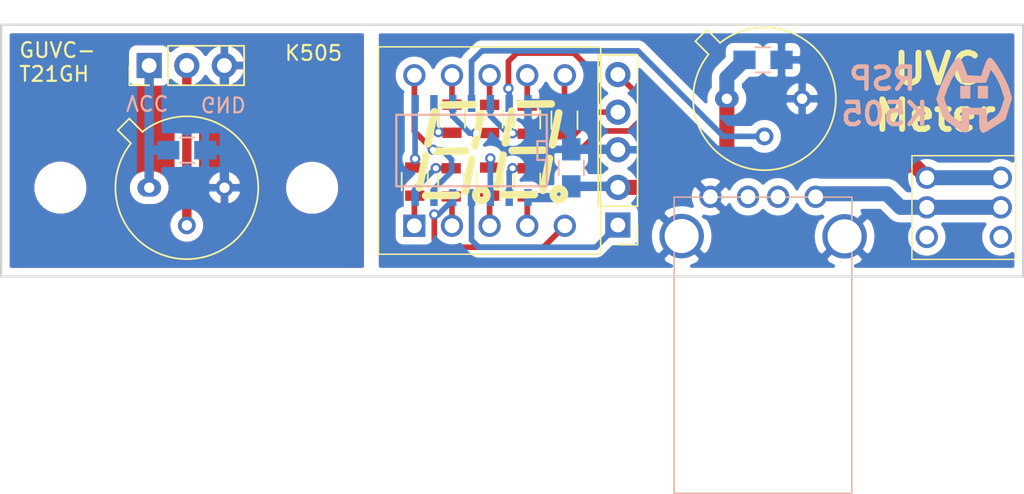
<source format=kicad_pcb>
(kicad_pcb (version 20171130) (host pcbnew "(5.1.2)-1")

  (general
    (thickness 1.6)
    (drawings 12)
    (tracks 131)
    (zones 0)
    (modules 22)
    (nets 27)
  )

  (page A4)
  (layers
    (0 F.Cu signal)
    (31 B.Cu signal)
    (32 B.Adhes user)
    (33 F.Adhes user)
    (34 B.Paste user)
    (35 F.Paste user)
    (36 B.SilkS user)
    (37 F.SilkS user)
    (38 B.Mask user)
    (39 F.Mask user)
    (40 Dwgs.User user)
    (41 Cmts.User user hide)
    (42 Eco1.User user)
    (43 Eco2.User user)
    (44 Edge.Cuts user)
    (45 Margin user)
    (46 B.CrtYd user hide)
    (47 F.CrtYd user)
    (48 B.Fab user)
    (49 F.Fab user hide)
  )

  (setup
    (last_trace_width 0.25)
    (user_trace_width 0.254)
    (user_trace_width 0.381)
    (user_trace_width 0.508)
    (user_trace_width 0.635)
    (user_trace_width 1.016)
    (user_trace_width 1.27)
    (trace_clearance 0.18)
    (zone_clearance 0.508)
    (zone_45_only no)
    (trace_min 0.2)
    (via_size 0.7)
    (via_drill 0.4)
    (via_min_size 0.4)
    (via_min_drill 0.3)
    (user_via 1 0.7)
    (uvia_size 0.3)
    (uvia_drill 0.1)
    (uvias_allowed no)
    (uvia_min_size 0.2)
    (uvia_min_drill 0.1)
    (edge_width 0.15)
    (segment_width 0.2)
    (pcb_text_width 0.3)
    (pcb_text_size 1.5 1.5)
    (mod_edge_width 0.15)
    (mod_text_size 1 1)
    (mod_text_width 0.15)
    (pad_size 3 3)
    (pad_drill 3)
    (pad_to_mask_clearance 0.2)
    (solder_mask_min_width 0.25)
    (aux_axis_origin 0 0)
    (grid_origin 147.50296 2.49908)
    (visible_elements 7FFDFF7F)
    (pcbplotparams
      (layerselection 0x010f0_ffffffff)
      (usegerberextensions false)
      (usegerberattributes false)
      (usegerberadvancedattributes false)
      (creategerberjobfile false)
      (excludeedgelayer true)
      (linewidth 0.100000)
      (plotframeref false)
      (viasonmask false)
      (mode 1)
      (useauxorigin true)
      (hpglpennumber 1)
      (hpglpenspeed 20)
      (hpglpendiameter 15.000000)
      (psnegative false)
      (psa4output false)
      (plotreference true)
      (plotvalue true)
      (plotinvisibletext false)
      (padsonsilk false)
      (subtractmaskfromsilk false)
      (outputformat 1)
      (mirror false)
      (drillshape 0)
      (scaleselection 1)
      (outputdirectory ""))
  )

  (net 0 "")
  (net 1 GND)
  (net 2 +5V)
  (net 3 "Net-(J1-Pad1)")
  (net 4 MCLR)
  (net 5 D)
  (net 6 E)
  (net 7 CC1)
  (net 8 B)
  (net 9 C)
  (net 10 CC2)
  (net 11 F)
  (net 12 A)
  (net 13 DP)
  (net 14 G)
  (net 15 SIG)
  (net 16 "Net-(R1-Pad1)")
  (net 17 "Net-(R2-Pad1)")
  (net 18 "Net-(R3-Pad1)")
  (net 19 "Net-(R4-Pad1)")
  (net 20 "Net-(R5-Pad1)")
  (net 21 "Net-(R6-Pad1)")
  (net 22 "Net-(R7-Pad1)")
  (net 23 "Net-(R8-Pad1)")
  (net 24 "Net-(C3-Pad1)")
  (net 25 "Net-(J3-Pad2)")
  (net 26 "Net-(C3-Pad2)")

  (net_class Default "This is the default net class."
    (clearance 0.18)
    (trace_width 0.25)
    (via_dia 0.7)
    (via_drill 0.4)
    (uvia_dia 0.3)
    (uvia_drill 0.1)
    (add_net +5V)
    (add_net A)
    (add_net B)
    (add_net C)
    (add_net CC1)
    (add_net CC2)
    (add_net D)
    (add_net DP)
    (add_net E)
    (add_net F)
    (add_net G)
    (add_net GND)
    (add_net MCLR)
    (add_net "Net-(C3-Pad1)")
    (add_net "Net-(C3-Pad2)")
    (add_net "Net-(J1-Pad1)")
    (add_net "Net-(J3-Pad2)")
    (add_net "Net-(R1-Pad1)")
    (add_net "Net-(R2-Pad1)")
    (add_net "Net-(R3-Pad1)")
    (add_net "Net-(R4-Pad1)")
    (add_net "Net-(R5-Pad1)")
    (add_net "Net-(R6-Pad1)")
    (add_net "Net-(R7-Pad1)")
    (add_net "Net-(R8-Pad1)")
    (add_net SIG)
  )

  (net_class signal ""
    (clearance 0.2)
    (trace_width 0.381)
    (via_dia 0.7)
    (via_drill 0.4)
    (uvia_dia 0.3)
    (uvia_drill 0.1)
  )

  (module Mounting_Holes:MountingHole_2.5mm (layer F.Cu) (tedit 56D1B4CB) (tstamp 5EB4C36D)
    (at 118.50296 82.50908)
    (descr "Mounting Hole 2.5mm, no annular")
    (tags "mounting hole 2.5mm no annular")
    (attr virtual)
    (fp_text reference REF** (at 0 -3.5) (layer F.SilkS) hide
      (effects (font (size 1 1) (thickness 0.15)))
    )
    (fp_text value MountingHole_2.5mm (at 0 3.5) (layer F.Fab)
      (effects (font (size 1 1) (thickness 0.15)))
    )
    (fp_circle (center 0 0) (end 2.75 0) (layer F.CrtYd) (width 0.05))
    (fp_circle (center 0 0) (end 2.5 0) (layer Cmts.User) (width 0.15))
    (fp_text user %R (at 0.3 0) (layer F.Fab)
      (effects (font (size 1 1) (thickness 0.15)))
    )
    (pad 1 np_thru_hole circle (at 0 0) (size 2.5 2.5) (drill 2.5) (layers *.Cu *.Mask))
  )

  (module Mounting_Holes:MountingHole_2.5mm (layer F.Cu) (tedit 56D1B4CB) (tstamp 5EB4C263)
    (at 101.50296 82.49908)
    (descr "Mounting Hole 2.5mm, no annular")
    (tags "mounting hole 2.5mm no annular")
    (attr virtual)
    (fp_text reference REF** (at 0 -3.5) (layer F.SilkS) hide
      (effects (font (size 1 1) (thickness 0.15)))
    )
    (fp_text value MountingHole_2.5mm (at 0 3.5) (layer F.Fab)
      (effects (font (size 1 1) (thickness 0.15)))
    )
    (fp_text user %R (at 0.3 0) (layer F.Fab)
      (effects (font (size 1 1) (thickness 0.15)))
    )
    (fp_circle (center 0 0) (end 2.5 0) (layer Cmts.User) (width 0.15))
    (fp_circle (center 0 0) (end 2.75 0) (layer F.CrtYd) (width 0.05))
    (pad 1 np_thru_hole circle (at 0 0) (size 2.5 2.5) (drill 2.5) (layers *.Cu *.Mask))
  )

  (module TO_SOT_Packages_THT:TO-5-3_Window (layer F.Cu) (tedit 58CE52AF) (tstamp 5EB4BC07)
    (at 107.50296 82.505681)
    (descr "TO-5-3_Window, Window")
    (tags "TO-5-3_Window Window")
    (path /5EB5B69B)
    (fp_text reference U4 (at 2.54 -5.82) (layer F.SilkS) hide
      (effects (font (size 1 1) (thickness 0.15)))
    )
    (fp_text value GUVC-T21 (at 2.54 5.82) (layer F.Fab)
      (effects (font (size 1 1) (thickness 0.15)))
    )
    (fp_text user %R (at 2.54 -5.82) (layer F.Fab)
      (effects (font (size 1 1) (thickness 0.15)))
    )
    (fp_line (start -0.465408 -3.61352) (end -1.27151 -4.419621) (layer F.Fab) (width 0.1))
    (fp_line (start -1.27151 -4.419621) (end -1.879621 -3.81151) (layer F.Fab) (width 0.1))
    (fp_line (start -1.879621 -3.81151) (end -1.07352 -3.005408) (layer F.Fab) (width 0.1))
    (fp_line (start 3.864 -2.637) (end 5.177 -1.324) (layer F.Fab) (width 0.1))
    (fp_line (start 3.025 -2.911) (end 5.451 -0.485) (layer F.Fab) (width 0.1))
    (fp_line (start 2.42 -2.948) (end 5.488 0.12) (layer F.Fab) (width 0.1))
    (fp_line (start 1.918 -2.884) (end 5.424 0.622) (layer F.Fab) (width 0.1))
    (fp_line (start 1.482 -2.755) (end 5.295 1.058) (layer F.Fab) (width 0.1))
    (fp_line (start 1.097 -2.574) (end 5.114 1.443) (layer F.Fab) (width 0.1))
    (fp_line (start 0.756 -2.35) (end 4.89 1.784) (layer F.Fab) (width 0.1))
    (fp_line (start 0.454 -2.086) (end 4.626 2.086) (layer F.Fab) (width 0.1))
    (fp_line (start 0.19 -1.784) (end 4.324 2.35) (layer F.Fab) (width 0.1))
    (fp_line (start -0.034 -1.443) (end 3.983 2.574) (layer F.Fab) (width 0.1))
    (fp_line (start -0.215 -1.058) (end 3.598 2.755) (layer F.Fab) (width 0.1))
    (fp_line (start -0.344 -0.622) (end 3.162 2.884) (layer F.Fab) (width 0.1))
    (fp_line (start -0.408 -0.12) (end 2.66 2.948) (layer F.Fab) (width 0.1))
    (fp_line (start -0.371 0.485) (end 2.055 2.911) (layer F.Fab) (width 0.1))
    (fp_line (start -0.097 1.324) (end 1.216 2.637) (layer F.Fab) (width 0.1))
    (fp_line (start -0.457084 -3.774902) (end -1.348039 -4.665856) (layer F.SilkS) (width 0.12))
    (fp_line (start -1.348039 -4.665856) (end -2.125856 -3.888039) (layer F.SilkS) (width 0.12))
    (fp_line (start -2.125856 -3.888039) (end -1.234902 -2.997084) (layer F.SilkS) (width 0.12))
    (fp_line (start -2.41 -4.95) (end -2.41 4.95) (layer F.CrtYd) (width 0.05))
    (fp_line (start -2.41 4.95) (end 7.49 4.95) (layer F.CrtYd) (width 0.05))
    (fp_line (start 7.49 4.95) (end 7.49 -4.95) (layer F.CrtYd) (width 0.05))
    (fp_line (start 7.49 -4.95) (end -2.41 -4.95) (layer F.CrtYd) (width 0.05))
    (fp_circle (center 2.54 0) (end 6.79 0) (layer F.Fab) (width 0.1))
    (fp_circle (center 2.54 0) (end 5.49 0) (layer F.Fab) (width 0.1))
    (fp_arc (start 2.54 0) (end -0.465408 -3.61352) (angle 349.5) (layer F.Fab) (width 0.1))
    (fp_arc (start 2.54 0) (end -0.457084 -3.774902) (angle 346.9) (layer F.SilkS) (width 0.12))
    (pad 1 thru_hole oval (at 0 0) (size 1.6 1.2) (drill 0.7) (layers *.Cu *.Mask)
      (net 24 "Net-(C3-Pad1)"))
    (pad 2 thru_hole oval (at 2.54 2.54) (size 1.2 1.2) (drill 0.7) (layers *.Cu *.Mask)
      (net 25 "Net-(J3-Pad2)"))
    (pad 3 thru_hole oval (at 5.08 0) (size 1.2 1.2) (drill 0.7) (layers *.Cu *.Mask)
      (net 26 "Net-(C3-Pad2)"))
    (model ${KISYS3DMOD}/TO_SOT_Packages_THT.3dshapes/TO-5-3_Window.wrl
      (at (xyz 0 0 0))
      (scale (xyz 0.393701 0.393701 0.393701))
      (rotate (xyz 0 0 0))
    )
  )

  (module Pin_Headers:Pin_Header_Straight_1x03_Pitch2.54mm (layer F.Cu) (tedit 59650532) (tstamp 5EB4BA2A)
    (at 107.49796 74.25408 90)
    (descr "Through hole straight pin header, 1x03, 2.54mm pitch, single row")
    (tags "Through hole pin header THT 1x03 2.54mm single row")
    (path /5EB6295E)
    (fp_text reference J3 (at 0 -2.33 90) (layer F.SilkS) hide
      (effects (font (size 1 1) (thickness 0.15)))
    )
    (fp_text value 0.1" (at 0 7.41 90) (layer F.Fab)
      (effects (font (size 1 1) (thickness 0.15)))
    )
    (fp_line (start -0.635 -1.27) (end 1.27 -1.27) (layer F.Fab) (width 0.1))
    (fp_line (start 1.27 -1.27) (end 1.27 6.35) (layer F.Fab) (width 0.1))
    (fp_line (start 1.27 6.35) (end -1.27 6.35) (layer F.Fab) (width 0.1))
    (fp_line (start -1.27 6.35) (end -1.27 -0.635) (layer F.Fab) (width 0.1))
    (fp_line (start -1.27 -0.635) (end -0.635 -1.27) (layer F.Fab) (width 0.1))
    (fp_line (start -1.33 6.41) (end 1.33 6.41) (layer F.SilkS) (width 0.12))
    (fp_line (start -1.33 1.27) (end -1.33 6.41) (layer F.SilkS) (width 0.12))
    (fp_line (start 1.33 1.27) (end 1.33 6.41) (layer F.SilkS) (width 0.12))
    (fp_line (start -1.33 1.27) (end 1.33 1.27) (layer F.SilkS) (width 0.12))
    (fp_line (start -1.33 0) (end -1.33 -1.33) (layer F.SilkS) (width 0.12))
    (fp_line (start -1.33 -1.33) (end 0 -1.33) (layer F.SilkS) (width 0.12))
    (fp_line (start -1.8 -1.8) (end -1.8 6.85) (layer F.CrtYd) (width 0.05))
    (fp_line (start -1.8 6.85) (end 1.8 6.85) (layer F.CrtYd) (width 0.05))
    (fp_line (start 1.8 6.85) (end 1.8 -1.8) (layer F.CrtYd) (width 0.05))
    (fp_line (start 1.8 -1.8) (end -1.8 -1.8) (layer F.CrtYd) (width 0.05))
    (fp_text user %R (at 0 2.54) (layer F.Fab)
      (effects (font (size 1 1) (thickness 0.15)))
    )
    (pad 1 thru_hole rect (at 0 0 90) (size 1.7 1.7) (drill 1) (layers *.Cu *.Mask)
      (net 24 "Net-(C3-Pad1)"))
    (pad 2 thru_hole oval (at 0 2.54 90) (size 1.7 1.7) (drill 1) (layers *.Cu *.Mask)
      (net 25 "Net-(J3-Pad2)"))
    (pad 3 thru_hole oval (at 0 5.08 90) (size 1.7 1.7) (drill 1) (layers *.Cu *.Mask)
      (net 26 "Net-(C3-Pad2)"))
    (model ${KISYS3DMOD}/Pin_Headers.3dshapes/Pin_Header_Straight_1x03_Pitch2.54mm.wrl
      (at (xyz 0 0 0))
      (scale (xyz 1 1 1))
      (rotate (xyz 0 0 0))
    )
  )

  (module Capacitors_SMD:C_0805_HandSoldering (layer B.Cu) (tedit 58AA84A8) (tstamp 5EB4B9D1)
    (at 110.03796 79.96908)
    (descr "Capacitor SMD 0805, hand soldering")
    (tags "capacitor 0805")
    (path /5EB5B6AF)
    (attr smd)
    (fp_text reference C3 (at 0 1.75) (layer B.SilkS) hide
      (effects (font (size 1 1) (thickness 0.15)) (justify mirror))
    )
    (fp_text value .1u (at 0 -1.75) (layer B.Fab)
      (effects (font (size 1 1) (thickness 0.15)) (justify mirror))
    )
    (fp_text user %R (at 0 1.75) (layer B.Fab) hide
      (effects (font (size 1 1) (thickness 0.15)) (justify mirror))
    )
    (fp_line (start -1 -0.62) (end -1 0.62) (layer B.Fab) (width 0.1))
    (fp_line (start 1 -0.62) (end -1 -0.62) (layer B.Fab) (width 0.1))
    (fp_line (start 1 0.62) (end 1 -0.62) (layer B.Fab) (width 0.1))
    (fp_line (start -1 0.62) (end 1 0.62) (layer B.Fab) (width 0.1))
    (fp_line (start 0.5 0.85) (end -0.5 0.85) (layer B.SilkS) (width 0.12))
    (fp_line (start -0.5 -0.85) (end 0.5 -0.85) (layer B.SilkS) (width 0.12))
    (fp_line (start -2.25 0.88) (end 2.25 0.88) (layer B.CrtYd) (width 0.05))
    (fp_line (start -2.25 0.88) (end -2.25 -0.87) (layer B.CrtYd) (width 0.05))
    (fp_line (start 2.25 -0.87) (end 2.25 0.88) (layer B.CrtYd) (width 0.05))
    (fp_line (start 2.25 -0.87) (end -2.25 -0.87) (layer B.CrtYd) (width 0.05))
    (pad 1 smd rect (at -1.25 0) (size 1.5 1.25) (layers B.Cu B.Paste B.Mask)
      (net 24 "Net-(C3-Pad1)"))
    (pad 2 smd rect (at 1.25 0) (size 1.5 1.25) (layers B.Cu B.Paste B.Mask)
      (net 26 "Net-(C3-Pad2)"))
    (model Capacitors_SMD.3dshapes/C_0805.wrl
      (at (xyz 0 0 0))
      (scale (xyz 1 1 1))
      (rotate (xyz 0 0 0))
    )
  )

  (module modules:eBay_Toggle_Button (layer F.Cu) (tedit 5EB34046) (tstamp 5EB2ABA0)
    (at 162.50296 83.82988 270)
    (path /5EB29C1D)
    (fp_text reference SW1 (at -0.17272 4.215 90) (layer F.SilkS) hide
      (effects (font (size 1 1) (thickness 0.15)))
    )
    (fp_text value POWER (at 0.381 -7.97052 90) (layer F.Fab)
      (effects (font (size 1 1) (thickness 0.15)))
    )
    (fp_line (start 3.5052 -3.48904) (end -3.48996 3.50612) (layer Cmts.User) (width 0.12))
    (fp_line (start -3.4798 -3.4992) (end 3.48488 3.49596) (layer Cmts.User) (width 0.12))
    (fp_line (start -3.48756 3.50192) (end -3.48756 -3.49808) (layer F.SilkS) (width 0.1))
    (fp_line (start 3.51244 3.50192) (end -3.48756 3.50192) (layer F.SilkS) (width 0.1))
    (fp_line (start 3.51244 -3.49808) (end 3.51244 3.50192) (layer F.SilkS) (width 0.1))
    (fp_line (start -3.48756 -3.49808) (end 3.51244 -3.49808) (layer F.SilkS) (width 0.1))
    (pad 3 thru_hole circle (at 2 -2.5 270) (size 1.5 1.5) (drill 1) (layers *.Cu *.Mask))
    (pad 3 thru_hole circle (at 2 2.5 270) (size 1.5 1.5) (drill 1) (layers *.Cu *.Mask))
    (pad 2 thru_hole circle (at 0 2.5 270) (size 1.5 1.5) (drill 1) (layers *.Cu *.Mask)
      (net 3 "Net-(J1-Pad1)"))
    (pad 1 thru_hole circle (at -2 2.5 270) (size 1.5 1.5) (drill 1) (layers *.Cu *.Mask)
      (net 2 +5V))
    (pad 2 thru_hole circle (at 0 -2.5 270) (size 1.5 1.5) (drill 1) (layers *.Cu *.Mask)
      (net 3 "Net-(J1-Pad1)"))
    (pad 1 thru_hole circle (at -2 -2.5 270) (size 1.5 1.5) (drill 1) (layers *.Cu *.Mask)
      (net 2 +5V))
  )

  (module modules:eBay_USB_A (layer B.Cu) (tedit 5EB33E6D) (tstamp 5EB2A340)
    (at 152.50296 83.11868 180)
    (path /5EB2A1B3)
    (fp_text reference J1 (at 3.175 -2.54) (layer B.SilkS) hide
      (effects (font (size 1 1) (thickness 0.15)) (justify mirror))
    )
    (fp_text value USB (at 3.84 -7.44) (layer B.Fab)
      (effects (font (size 1 1) (thickness 0.15)) (justify mirror))
    )
    (fp_line (start 3.56 -0.02) (end 3.56 -3.02) (layer Cmts.User) (width 0.12))
    (fp_line (start 9.56 -0.02) (end 9.56 -20.02) (layer B.SilkS) (width 0.1))
    (fp_line (start -2.44 -0.02) (end 9.56 -0.02) (layer B.SilkS) (width 0.1))
    (fp_line (start -2.44 -20.02) (end -2.44 -0.02) (layer B.SilkS) (width 0.1))
    (fp_line (start -2.44 -20.02) (end 9.56 -20.02) (layer B.SilkS) (width 0.1))
    (fp_line (start 9.05 -0.8) (end 9.05 -5.05) (layer Cmts.User) (width 0.12))
    (fp_line (start -1.95 -0.8) (end -1.95 -4.95) (layer Cmts.User) (width 0.12))
    (fp_line (start 3.55 -0.8) (end 9.05 -0.8) (layer Cmts.User) (width 0.12))
    (fp_line (start 3.55 -0.8) (end -1.95 -0.8) (layer Cmts.User) (width 0.12))
    (fp_line (start 3.55 0.7) (end 3.55 -3.65) (layer Cmts.User) (width 0.12))
    (pad 5 thru_hole circle (at -1.95 -2.67 270) (size 3 3) (drill 2.3) (layers *.Cu *.Mask)
      (net 1 GND))
    (pad 2 thru_hole circle (at 2.54 0 270) (size 1.5 1.5) (drill 1) (layers *.Cu *.Mask))
    (pad 4 thru_hole circle (at 7.11 0 270) (size 1.5 1.5) (drill 1) (layers *.Cu *.Mask)
      (net 1 GND))
    (pad 3 thru_hole circle (at 4.57 0 270) (size 1.5 1.5) (drill 1) (layers *.Cu *.Mask))
    (pad 1 thru_hole circle (at 0 0 270) (size 1.5 1.5) (drill 1) (layers *.Cu *.Mask)
      (net 3 "Net-(J1-Pad1)"))
    (pad 5 thru_hole circle (at 9.05 -2.65 270) (size 3 3) (drill 2.3) (layers *.Cu *.Mask)
      (net 1 GND))
  )

  (module modules:madcat10 (layer F.Cu) (tedit 0) (tstamp 5EB2CD4B)
    (at 163.20016 76.31148)
    (fp_text reference G*** (at 0 0) (layer B.SilkS) hide
      (effects (font (size 1.524 1.524) (thickness 0.3)))
    )
    (fp_text value LOGO (at 0.75 0) (layer B.SilkS) hide
      (effects (font (size 1.524 1.524) (thickness 0.3)))
    )
    (fp_poly (pts (xy 0.931333 0.169333) (xy 0.254 0.169333) (xy 0.254 -0.677334) (xy 0.931333 -0.677334)
      (xy 0.931333 0.169333)) (layer B.SilkS) (width 0.01))
    (fp_poly (pts (xy -0.254 0.169333) (xy -0.931334 0.169333) (xy -0.931334 -0.677334) (xy -0.254 -0.677334)
      (xy -0.254 0.169333)) (layer B.SilkS) (width 0.01))
    (fp_poly (pts (xy 1.16084 -2.553334) (xy 1.305487 -2.409736) (xy 1.497113 -2.149558) (xy 1.713478 -1.810757)
      (xy 1.932345 -1.431293) (xy 2.131476 -1.049126) (xy 2.288631 -0.702214) (xy 2.359953 -0.50653)
      (xy 2.557458 0.12994) (xy 2.333583 0.863911) (xy 2.109709 1.597881) (xy 1.541687 1.955253)
      (xy 1.245297 2.142142) (xy 0.984248 2.307476) (xy 0.808756 2.419439) (xy 0.792703 2.429801)
      (xy 0.596688 2.493125) (xy 0.45376 2.398908) (xy 0.366806 2.151332) (xy 0.338666 1.771952)
      (xy 0.338666 1.27) (xy -0.338667 1.27) (xy -0.338667 1.817354) (xy -0.352581 2.163151)
      (xy -0.406408 2.379354) (xy -0.518281 2.470106) (xy -0.706331 2.439552) (xy -0.988689 2.291833)
      (xy -1.356244 2.049886) (xy -1.675787 1.826713) (xy -1.890196 1.657393) (xy -2.03391 1.499892)
      (xy -2.141363 1.312177) (xy -2.246993 1.052214) (xy -2.307317 0.889) (xy -2.556088 0.211666)
      (xy -2.533687 0.142104) (xy -2.030059 0.142104) (xy -1.839238 0.707791) (xy -1.718039 1.030741)
      (xy -1.59499 1.245802) (xy -1.430237 1.410098) (xy -1.268709 1.525519) (xy -0.889 1.77756)
      (xy -0.846667 1.290946) (xy -0.804334 0.804333) (xy 0.804333 0.804333) (xy 0.846666 1.289416)
      (xy 0.889 1.774499) (xy 1.286612 1.515193) (xy 1.518221 1.346305) (xy 1.670501 1.172044)
      (xy 1.787545 0.931517) (xy 1.86268 0.719626) (xy 2.041136 0.183365) (xy 1.863918 -0.400087)
      (xy 1.727686 -0.767959) (xy 1.552322 -1.135708) (xy 1.404285 -1.38076) (xy 1.121871 -1.777982)
      (xy 0.802305 -0.889) (xy -0.802306 -0.889) (xy -0.962058 -1.333406) (xy -1.121811 -1.777812)
      (xy -1.37192 -1.383431) (xy -1.53607 -1.087121) (xy -1.708138 -0.718527) (xy -1.826044 -0.423473)
      (xy -2.030059 0.142104) (xy -2.533687 0.142104) (xy -2.332958 -0.481209) (xy -2.209927 -0.801397)
      (xy -2.035548 -1.176046) (xy -1.830809 -1.568048) (xy -1.616701 -1.940294) (xy -1.414215 -2.255675)
      (xy -1.24434 -2.477083) (xy -1.160874 -2.553334) (xy -1.032567 -2.585191) (xy -0.910946 -2.49619)
      (xy -0.782411 -2.270332) (xy -0.659161 -1.963186) (xy -0.452143 -1.397) (xy 0.472291 -1.347282)
      (xy 0.661721 -1.935443) (xy 0.798022 -2.303326) (xy 0.924448 -2.516487) (xy 1.05178 -2.588274)
      (xy 1.16084 -2.553334)) (layer B.SilkS) (width 0.01))
  )

  (module Resistors_SMD:R_0805 (layer F.Cu) (tedit 58E0A804) (tstamp 5EB2B471)
    (at 127.94496 77.84568 270)
    (descr "Resistor SMD 0805, reflow soldering, Vishay (see dcrcw.pdf)")
    (tags "resistor 0805")
    (path /5EB3AD33)
    (attr smd)
    (fp_text reference R8 (at 0 -1.65 90) (layer F.SilkS) hide
      (effects (font (size 1 1) (thickness 0.15)))
    )
    (fp_text value 200 (at 0 1.75 90) (layer F.Fab)
      (effects (font (size 1 1) (thickness 0.15)))
    )
    (fp_text user %R (at 0 0 90) (layer F.Fab)
      (effects (font (size 0.5 0.5) (thickness 0.075)))
    )
    (fp_line (start -1 0.62) (end -1 -0.62) (layer F.Fab) (width 0.1))
    (fp_line (start 1 0.62) (end -1 0.62) (layer F.Fab) (width 0.1))
    (fp_line (start 1 -0.62) (end 1 0.62) (layer F.Fab) (width 0.1))
    (fp_line (start -1 -0.62) (end 1 -0.62) (layer F.Fab) (width 0.1))
    (fp_line (start 0.6 0.88) (end -0.6 0.88) (layer F.SilkS) (width 0.12))
    (fp_line (start -0.6 -0.88) (end 0.6 -0.88) (layer F.SilkS) (width 0.12))
    (fp_line (start -1.55 -0.9) (end 1.55 -0.9) (layer F.CrtYd) (width 0.05))
    (fp_line (start -1.55 -0.9) (end -1.55 0.9) (layer F.CrtYd) (width 0.05))
    (fp_line (start 1.55 0.9) (end 1.55 -0.9) (layer F.CrtYd) (width 0.05))
    (fp_line (start 1.55 0.9) (end -1.55 0.9) (layer F.CrtYd) (width 0.05))
    (pad 1 smd rect (at -0.95 0 270) (size 0.7 1.3) (layers F.Cu F.Paste F.Mask)
      (net 23 "Net-(R8-Pad1)"))
    (pad 2 smd rect (at 0.95 0 270) (size 0.7 1.3) (layers F.Cu F.Paste F.Mask)
      (net 8 B))
    (model ${KISYS3DMOD}/Resistors_SMD.3dshapes/R_0805.wrl
      (at (xyz 0 0 0))
      (scale (xyz 1 1 1))
      (rotate (xyz 0 0 0))
    )
  )

  (module Resistors_SMD:R_0805 (layer F.Cu) (tedit 58E0A804) (tstamp 5EB2B46E)
    (at 130.48496 77.86088 270)
    (descr "Resistor SMD 0805, reflow soldering, Vishay (see dcrcw.pdf)")
    (tags "resistor 0805")
    (path /5EB3A984)
    (attr smd)
    (fp_text reference R7 (at 0 -1.65 90) (layer F.SilkS) hide
      (effects (font (size 1 1) (thickness 0.15)))
    )
    (fp_text value 200 (at 0 1.75 90) (layer F.Fab)
      (effects (font (size 1 1) (thickness 0.15)))
    )
    (fp_text user %R (at 0 0 90) (layer F.Fab)
      (effects (font (size 0.5 0.5) (thickness 0.075)))
    )
    (fp_line (start -1 0.62) (end -1 -0.62) (layer F.Fab) (width 0.1))
    (fp_line (start 1 0.62) (end -1 0.62) (layer F.Fab) (width 0.1))
    (fp_line (start 1 -0.62) (end 1 0.62) (layer F.Fab) (width 0.1))
    (fp_line (start -1 -0.62) (end 1 -0.62) (layer F.Fab) (width 0.1))
    (fp_line (start 0.6 0.88) (end -0.6 0.88) (layer F.SilkS) (width 0.12))
    (fp_line (start -0.6 -0.88) (end 0.6 -0.88) (layer F.SilkS) (width 0.12))
    (fp_line (start -1.55 -0.9) (end 1.55 -0.9) (layer F.CrtYd) (width 0.05))
    (fp_line (start -1.55 -0.9) (end -1.55 0.9) (layer F.CrtYd) (width 0.05))
    (fp_line (start 1.55 0.9) (end 1.55 -0.9) (layer F.CrtYd) (width 0.05))
    (fp_line (start 1.55 0.9) (end -1.55 0.9) (layer F.CrtYd) (width 0.05))
    (pad 1 smd rect (at -0.95 0 270) (size 0.7 1.3) (layers F.Cu F.Paste F.Mask)
      (net 22 "Net-(R7-Pad1)"))
    (pad 2 smd rect (at 0.95 0 270) (size 0.7 1.3) (layers F.Cu F.Paste F.Mask)
      (net 9 C))
    (model ${KISYS3DMOD}/Resistors_SMD.3dshapes/R_0805.wrl
      (at (xyz 0 0 0))
      (scale (xyz 1 1 1))
      (rotate (xyz 0 0 0))
    )
  )

  (module Resistors_SMD:R_0805 (layer F.Cu) (tedit 58E0A804) (tstamp 5EB2B46B)
    (at 133.02496 77.91168 270)
    (descr "Resistor SMD 0805, reflow soldering, Vishay (see dcrcw.pdf)")
    (tags "resistor 0805")
    (path /5EB3A572)
    (attr smd)
    (fp_text reference R6 (at 0 -1.65 90) (layer F.SilkS) hide
      (effects (font (size 1 1) (thickness 0.15)))
    )
    (fp_text value 200 (at 0 1.75 90) (layer F.Fab)
      (effects (font (size 1 1) (thickness 0.15)))
    )
    (fp_text user %R (at 0 0 90) (layer F.Fab)
      (effects (font (size 0.5 0.5) (thickness 0.075)))
    )
    (fp_line (start -1 0.62) (end -1 -0.62) (layer F.Fab) (width 0.1))
    (fp_line (start 1 0.62) (end -1 0.62) (layer F.Fab) (width 0.1))
    (fp_line (start 1 -0.62) (end 1 0.62) (layer F.Fab) (width 0.1))
    (fp_line (start -1 -0.62) (end 1 -0.62) (layer F.Fab) (width 0.1))
    (fp_line (start 0.6 0.88) (end -0.6 0.88) (layer F.SilkS) (width 0.12))
    (fp_line (start -0.6 -0.88) (end 0.6 -0.88) (layer F.SilkS) (width 0.12))
    (fp_line (start -1.55 -0.9) (end 1.55 -0.9) (layer F.CrtYd) (width 0.05))
    (fp_line (start -1.55 -0.9) (end -1.55 0.9) (layer F.CrtYd) (width 0.05))
    (fp_line (start 1.55 0.9) (end 1.55 -0.9) (layer F.CrtYd) (width 0.05))
    (fp_line (start 1.55 0.9) (end -1.55 0.9) (layer F.CrtYd) (width 0.05))
    (pad 1 smd rect (at -0.95 0 270) (size 0.7 1.3) (layers F.Cu F.Paste F.Mask)
      (net 21 "Net-(R6-Pad1)"))
    (pad 2 smd rect (at 0.95 0 270) (size 0.7 1.3) (layers F.Cu F.Paste F.Mask)
      (net 6 E))
    (model ${KISYS3DMOD}/Resistors_SMD.3dshapes/R_0805.wrl
      (at (xyz 0 0 0))
      (scale (xyz 1 1 1))
      (rotate (xyz 0 0 0))
    )
  )

  (module Resistors_SMD:R_0805 (layer F.Cu) (tedit 58E0A804) (tstamp 5EB2B468)
    (at 135.53956 77.94728 270)
    (descr "Resistor SMD 0805, reflow soldering, Vishay (see dcrcw.pdf)")
    (tags "resistor 0805")
    (path /5EB3A1FB)
    (attr smd)
    (fp_text reference R5 (at 0 -1.65 90) (layer F.SilkS) hide
      (effects (font (size 1 1) (thickness 0.15)))
    )
    (fp_text value 200 (at 0 1.75 90) (layer F.Fab)
      (effects (font (size 1 1) (thickness 0.15)))
    )
    (fp_text user %R (at 0 0 90) (layer F.Fab)
      (effects (font (size 0.5 0.5) (thickness 0.075)))
    )
    (fp_line (start -1 0.62) (end -1 -0.62) (layer F.Fab) (width 0.1))
    (fp_line (start 1 0.62) (end -1 0.62) (layer F.Fab) (width 0.1))
    (fp_line (start 1 -0.62) (end 1 0.62) (layer F.Fab) (width 0.1))
    (fp_line (start -1 -0.62) (end 1 -0.62) (layer F.Fab) (width 0.1))
    (fp_line (start 0.6 0.88) (end -0.6 0.88) (layer F.SilkS) (width 0.12))
    (fp_line (start -0.6 -0.88) (end 0.6 -0.88) (layer F.SilkS) (width 0.12))
    (fp_line (start -1.55 -0.9) (end 1.55 -0.9) (layer F.CrtYd) (width 0.05))
    (fp_line (start -1.55 -0.9) (end -1.55 0.9) (layer F.CrtYd) (width 0.05))
    (fp_line (start 1.55 0.9) (end 1.55 -0.9) (layer F.CrtYd) (width 0.05))
    (fp_line (start 1.55 0.9) (end -1.55 0.9) (layer F.CrtYd) (width 0.05))
    (pad 1 smd rect (at -0.95 0 270) (size 0.7 1.3) (layers F.Cu F.Paste F.Mask)
      (net 20 "Net-(R5-Pad1)"))
    (pad 2 smd rect (at 0.95 0 270) (size 0.7 1.3) (layers F.Cu F.Paste F.Mask)
      (net 5 D))
    (model ${KISYS3DMOD}/Resistors_SMD.3dshapes/R_0805.wrl
      (at (xyz 0 0 0))
      (scale (xyz 1 1 1))
      (rotate (xyz 0 0 0))
    )
  )

  (module Resistors_SMD:R_0805 (layer F.Cu) (tedit 58E0A804) (tstamp 5EB2B465)
    (at 133.02496 82.14328 90)
    (descr "Resistor SMD 0805, reflow soldering, Vishay (see dcrcw.pdf)")
    (tags "resistor 0805")
    (path /5EB39E33)
    (attr smd)
    (fp_text reference R4 (at 0 -1.65 90) (layer F.SilkS) hide
      (effects (font (size 1 1) (thickness 0.15)))
    )
    (fp_text value 200 (at 0 1.75 90) (layer F.Fab)
      (effects (font (size 1 1) (thickness 0.15)))
    )
    (fp_text user %R (at 0 0 90) (layer F.Fab)
      (effects (font (size 0.5 0.5) (thickness 0.075)))
    )
    (fp_line (start -1 0.62) (end -1 -0.62) (layer F.Fab) (width 0.1))
    (fp_line (start 1 0.62) (end -1 0.62) (layer F.Fab) (width 0.1))
    (fp_line (start 1 -0.62) (end 1 0.62) (layer F.Fab) (width 0.1))
    (fp_line (start -1 -0.62) (end 1 -0.62) (layer F.Fab) (width 0.1))
    (fp_line (start 0.6 0.88) (end -0.6 0.88) (layer F.SilkS) (width 0.12))
    (fp_line (start -0.6 -0.88) (end 0.6 -0.88) (layer F.SilkS) (width 0.12))
    (fp_line (start -1.55 -0.9) (end 1.55 -0.9) (layer F.CrtYd) (width 0.05))
    (fp_line (start -1.55 -0.9) (end -1.55 0.9) (layer F.CrtYd) (width 0.05))
    (fp_line (start 1.55 0.9) (end 1.55 -0.9) (layer F.CrtYd) (width 0.05))
    (fp_line (start 1.55 0.9) (end -1.55 0.9) (layer F.CrtYd) (width 0.05))
    (pad 1 smd rect (at -0.95 0 90) (size 0.7 1.3) (layers F.Cu F.Paste F.Mask)
      (net 19 "Net-(R4-Pad1)"))
    (pad 2 smd rect (at 0.95 0 90) (size 0.7 1.3) (layers F.Cu F.Paste F.Mask)
      (net 11 F))
    (model ${KISYS3DMOD}/Resistors_SMD.3dshapes/R_0805.wrl
      (at (xyz 0 0 0))
      (scale (xyz 1 1 1))
      (rotate (xyz 0 0 0))
    )
  )

  (module Resistors_SMD:R_0805 (layer F.Cu) (tedit 58E0A804) (tstamp 5EB2B462)
    (at 130.48496 82.09248 90)
    (descr "Resistor SMD 0805, reflow soldering, Vishay (see dcrcw.pdf)")
    (tags "resistor 0805")
    (path /5EB39A0C)
    (attr smd)
    (fp_text reference R3 (at 0 -1.65 90) (layer F.SilkS) hide
      (effects (font (size 1 1) (thickness 0.15)))
    )
    (fp_text value 200 (at 0 1.75 90) (layer F.Fab)
      (effects (font (size 1 1) (thickness 0.15)))
    )
    (fp_text user %R (at 0 0 90) (layer F.Fab)
      (effects (font (size 0.5 0.5) (thickness 0.075)))
    )
    (fp_line (start -1 0.62) (end -1 -0.62) (layer F.Fab) (width 0.1))
    (fp_line (start 1 0.62) (end -1 0.62) (layer F.Fab) (width 0.1))
    (fp_line (start 1 -0.62) (end 1 0.62) (layer F.Fab) (width 0.1))
    (fp_line (start -1 -0.62) (end 1 -0.62) (layer F.Fab) (width 0.1))
    (fp_line (start 0.6 0.88) (end -0.6 0.88) (layer F.SilkS) (width 0.12))
    (fp_line (start -0.6 -0.88) (end 0.6 -0.88) (layer F.SilkS) (width 0.12))
    (fp_line (start -1.55 -0.9) (end 1.55 -0.9) (layer F.CrtYd) (width 0.05))
    (fp_line (start -1.55 -0.9) (end -1.55 0.9) (layer F.CrtYd) (width 0.05))
    (fp_line (start 1.55 0.9) (end 1.55 -0.9) (layer F.CrtYd) (width 0.05))
    (fp_line (start 1.55 0.9) (end -1.55 0.9) (layer F.CrtYd) (width 0.05))
    (pad 1 smd rect (at -0.95 0 90) (size 0.7 1.3) (layers F.Cu F.Paste F.Mask)
      (net 18 "Net-(R3-Pad1)"))
    (pad 2 smd rect (at 0.95 0 90) (size 0.7 1.3) (layers F.Cu F.Paste F.Mask)
      (net 12 A))
    (model ${KISYS3DMOD}/Resistors_SMD.3dshapes/R_0805.wrl
      (at (xyz 0 0 0))
      (scale (xyz 1 1 1))
      (rotate (xyz 0 0 0))
    )
  )

  (module Resistors_SMD:R_0805 (layer F.Cu) (tedit 58E0A804) (tstamp 5EB2B45F)
    (at 127.89416 82.14328 90)
    (descr "Resistor SMD 0805, reflow soldering, Vishay (see dcrcw.pdf)")
    (tags "resistor 0805")
    (path /5EB395E5)
    (attr smd)
    (fp_text reference R2 (at 0 -1.65 90) (layer F.SilkS) hide
      (effects (font (size 1 1) (thickness 0.15)))
    )
    (fp_text value 200 (at 0 1.75 90) (layer F.Fab)
      (effects (font (size 1 1) (thickness 0.15)))
    )
    (fp_text user %R (at 0 0 90) (layer F.Fab)
      (effects (font (size 0.5 0.5) (thickness 0.075)))
    )
    (fp_line (start -1 0.62) (end -1 -0.62) (layer F.Fab) (width 0.1))
    (fp_line (start 1 0.62) (end -1 0.62) (layer F.Fab) (width 0.1))
    (fp_line (start 1 -0.62) (end 1 0.62) (layer F.Fab) (width 0.1))
    (fp_line (start -1 -0.62) (end 1 -0.62) (layer F.Fab) (width 0.1))
    (fp_line (start 0.6 0.88) (end -0.6 0.88) (layer F.SilkS) (width 0.12))
    (fp_line (start -0.6 -0.88) (end 0.6 -0.88) (layer F.SilkS) (width 0.12))
    (fp_line (start -1.55 -0.9) (end 1.55 -0.9) (layer F.CrtYd) (width 0.05))
    (fp_line (start -1.55 -0.9) (end -1.55 0.9) (layer F.CrtYd) (width 0.05))
    (fp_line (start 1.55 0.9) (end 1.55 -0.9) (layer F.CrtYd) (width 0.05))
    (fp_line (start 1.55 0.9) (end -1.55 0.9) (layer F.CrtYd) (width 0.05))
    (pad 1 smd rect (at -0.95 0 90) (size 0.7 1.3) (layers F.Cu F.Paste F.Mask)
      (net 17 "Net-(R2-Pad1)"))
    (pad 2 smd rect (at 0.95 0 90) (size 0.7 1.3) (layers F.Cu F.Paste F.Mask)
      (net 13 DP))
    (model ${KISYS3DMOD}/Resistors_SMD.3dshapes/R_0805.wrl
      (at (xyz 0 0 0))
      (scale (xyz 1 1 1))
      (rotate (xyz 0 0 0))
    )
  )

  (module Resistors_SMD:R_0805 (layer F.Cu) (tedit 58E0A804) (tstamp 5EB2B45C)
    (at 125.43036 82.09248 90)
    (descr "Resistor SMD 0805, reflow soldering, Vishay (see dcrcw.pdf)")
    (tags "resistor 0805")
    (path /5EB365E1)
    (attr smd)
    (fp_text reference R1 (at 0 -1.65 90) (layer F.SilkS) hide
      (effects (font (size 1 1) (thickness 0.15)))
    )
    (fp_text value 200 (at 0 1.75 90) (layer F.Fab)
      (effects (font (size 1 1) (thickness 0.15)))
    )
    (fp_text user %R (at 0 0 90) (layer F.Fab)
      (effects (font (size 0.5 0.5) (thickness 0.075)))
    )
    (fp_line (start -1 0.62) (end -1 -0.62) (layer F.Fab) (width 0.1))
    (fp_line (start 1 0.62) (end -1 0.62) (layer F.Fab) (width 0.1))
    (fp_line (start 1 -0.62) (end 1 0.62) (layer F.Fab) (width 0.1))
    (fp_line (start -1 -0.62) (end 1 -0.62) (layer F.Fab) (width 0.1))
    (fp_line (start 0.6 0.88) (end -0.6 0.88) (layer F.SilkS) (width 0.12))
    (fp_line (start -0.6 -0.88) (end 0.6 -0.88) (layer F.SilkS) (width 0.12))
    (fp_line (start -1.55 -0.9) (end 1.55 -0.9) (layer F.CrtYd) (width 0.05))
    (fp_line (start -1.55 -0.9) (end -1.55 0.9) (layer F.CrtYd) (width 0.05))
    (fp_line (start 1.55 0.9) (end 1.55 -0.9) (layer F.CrtYd) (width 0.05))
    (fp_line (start 1.55 0.9) (end -1.55 0.9) (layer F.CrtYd) (width 0.05))
    (pad 1 smd rect (at -0.95 0 90) (size 0.7 1.3) (layers F.Cu F.Paste F.Mask)
      (net 16 "Net-(R1-Pad1)"))
    (pad 2 smd rect (at 0.95 0 90) (size 0.7 1.3) (layers F.Cu F.Paste F.Mask)
      (net 14 G))
    (model ${KISYS3DMOD}/Resistors_SMD.3dshapes/R_0805.wrl
      (at (xyz 0 0 0))
      (scale (xyz 1 1 1))
      (rotate (xyz 0 0 0))
    )
  )

  (module modules:7-segment-dual-036in (layer F.Cu) (tedit 5DA4E2FA) (tstamp 5EB2832C)
    (at 130.48496 79.99448)
    (path /5EB258AF)
    (fp_text reference U1 (at -6.3246 0.1778) (layer F.SilkS) hide
      (effects (font (size 1 1) (thickness 0.15)))
    )
    (fp_text value "DUAL 7 SEG CC" (at 0.2 8) (layer F.Fab)
      (effects (font (size 1 1) (thickness 0.15)))
    )
    (fp_line (start 7.5 -7) (end -7.5 -7) (layer F.SilkS) (width 0.1))
    (fp_line (start 7.5 7) (end 7.5 -7) (layer F.SilkS) (width 0.1))
    (fp_line (start -7.5 7) (end 7.5 7) (layer F.SilkS) (width 0.1))
    (fp_line (start -7.5 -7) (end -7.5 7) (layer F.SilkS) (width 0.1))
    (fp_line (start -3.7338 -2.6162) (end -4.1656 -0.4572) (layer F.SilkS) (width 0.508))
    (fp_line (start -3.175 -3.0734) (end -1.0668 -3.0988) (layer F.SilkS) (width 0.508))
    (fp_line (start -4.318 0.3556) (end -4.7498 2.5146) (layer F.SilkS) (width 0.508))
    (fp_line (start -1.1938 0.5842) (end -1.6256 2.7432) (layer F.SilkS) (width 0.508))
    (fp_line (start -4.318 3.048) (end -2.2098 3.0226) (layer F.SilkS) (width 0.508))
    (fp_line (start -3.7084 0.0508) (end -1.6002 0.0254) (layer F.SilkS) (width 0.508))
    (fp_circle (center -0.5588 2.9972) (end -0.4318 2.9972) (layer F.SilkS) (width 0.508))
    (fp_line (start -0.5588 -2.4892) (end -0.9906 -0.3302) (layer F.SilkS) (width 0.508))
    (fp_line (start 1.4986 -2.667) (end 1.0668 -0.508) (layer F.SilkS) (width 0.508))
    (fp_line (start 0.9144 0.3048) (end 0.4826 2.4638) (layer F.SilkS) (width 0.508))
    (fp_line (start 4.0386 0.5334) (end 3.6068 2.6924) (layer F.SilkS) (width 0.508))
    (fp_line (start 0.9144 2.9972) (end 3.0226 2.9718) (layer F.SilkS) (width 0.508))
    (fp_line (start 1.524 0) (end 3.6322 -0.0254) (layer F.SilkS) (width 0.508))
    (fp_text user "" (at -8.382 -0.635 90) (layer F.Fab)
      (effects (font (size 1 1) (thickness 0.15)))
    )
    (fp_line (start 2.0574 -3.1242) (end 4.1656 -3.1496) (layer F.SilkS) (width 0.508))
    (fp_line (start 4.6736 -2.54) (end 4.2418 -0.381) (layer F.SilkS) (width 0.508))
    (fp_circle (center 4.6736 2.9464) (end 4.8006 2.9464) (layer F.SilkS) (width 0.508))
    (pad 6 thru_hole circle (at 5.08 -5.08 90) (size 1.5 1.5) (drill 1) (layers *.Cu *.Mask)
      (net 20 "Net-(R5-Pad1)"))
    (pad 9 thru_hole circle (at -2.54 -5.08 90) (size 1.5 1.5) (drill 1) (layers *.Cu *.Mask)
      (net 23 "Net-(R8-Pad1)"))
    (pad 10 thru_hole circle (at -5.08 -5.08 90) (size 1.5 1.5) (drill 1) (layers *.Cu *.Mask)
      (net 7 CC1))
    (pad 8 thru_hole circle (at 0 -5.08 90) (size 1.5 1.5) (drill 1) (layers *.Cu *.Mask)
      (net 22 "Net-(R7-Pad1)"))
    (pad 2 thru_hole circle (at -2.54 5.08 90) (size 1.5 1.5) (drill 1) (layers *.Cu *.Mask)
      (net 17 "Net-(R2-Pad1)"))
    (pad 3 thru_hole circle (at 0 5.08 90) (size 1.5 1.5) (drill 1) (layers *.Cu *.Mask)
      (net 18 "Net-(R3-Pad1)"))
    (pad 7 thru_hole circle (at 2.54 -5.08 90) (size 1.5 1.5) (drill 1) (layers *.Cu *.Mask)
      (net 21 "Net-(R6-Pad1)"))
    (pad 5 thru_hole circle (at 5.08 5.08 90) (size 1.5 1.5) (drill 1) (layers *.Cu *.Mask)
      (net 10 CC2))
    (pad 4 thru_hole circle (at 2.54 5.08 90) (size 1.5 1.5) (drill 1) (layers *.Cu *.Mask)
      (net 19 "Net-(R4-Pad1)"))
    (pad 1 thru_hole rect (at -5.08 5.08 90) (size 1.5 1.5) (drill 1) (layers *.Cu *.Mask)
      (net 16 "Net-(R1-Pad1)"))
  )

  (module SMD_Packages:SOIC-14_N (layer B.Cu) (tedit 0) (tstamp 5EB279FB)
    (at 129.26576 79.86748 180)
    (descr "Module CMS SOJ 14 pins Large")
    (tags "CMS SOJ")
    (path /5EB23F6E)
    (attr smd)
    (fp_text reference U3 (at -6.0452 -3.302) (layer B.SilkS) hide
      (effects (font (size 1 1) (thickness 0.15)) (justify mirror))
    )
    (fp_text value PIC16F1615 (at 0 -1.27) (layer B.Fab)
      (effects (font (size 1 1) (thickness 0.15)) (justify mirror))
    )
    (fp_line (start 5.08 2.286) (end 5.08 -2.54) (layer B.SilkS) (width 0.15))
    (fp_line (start 5.08 -2.54) (end -5.08 -2.54) (layer B.SilkS) (width 0.15))
    (fp_line (start -5.08 -2.54) (end -5.08 2.286) (layer B.SilkS) (width 0.15))
    (fp_line (start -5.08 2.286) (end 5.08 2.286) (layer B.SilkS) (width 0.15))
    (fp_line (start -5.08 0.508) (end -4.445 0.508) (layer B.SilkS) (width 0.15))
    (fp_line (start -4.445 0.508) (end -4.445 -0.762) (layer B.SilkS) (width 0.15))
    (fp_line (start -4.445 -0.762) (end -5.08 -0.762) (layer B.SilkS) (width 0.15))
    (pad 1 smd rect (at -3.81 -3.302 180) (size 0.508 1.143) (layers B.Cu B.Paste B.Mask)
      (net 2 +5V))
    (pad 2 smd rect (at -2.54 -3.302 180) (size 0.508 1.143) (layers B.Cu B.Paste B.Mask)
      (net 11 F))
    (pad 3 smd rect (at -1.27 -3.302 180) (size 0.508 1.143) (layers B.Cu B.Paste B.Mask)
      (net 12 A))
    (pad 4 smd rect (at 0 -3.302 180) (size 0.508 1.143) (layers B.Cu B.Paste B.Mask)
      (net 4 MCLR))
    (pad 5 smd rect (at 1.27 -3.302 180) (size 0.508 1.143) (layers B.Cu B.Paste B.Mask)
      (net 10 CC2))
    (pad 6 smd rect (at 2.54 -3.302 180) (size 0.508 1.143) (layers B.Cu B.Paste B.Mask)
      (net 7 CC1))
    (pad 7 smd rect (at 3.81 -3.302 180) (size 0.508 1.143) (layers B.Cu B.Paste B.Mask)
      (net 13 DP))
    (pad 8 smd rect (at 3.81 3.048 180) (size 0.508 1.143) (layers B.Cu B.Paste B.Mask)
      (net 14 G))
    (pad 9 smd rect (at 2.54 3.048 180) (size 0.508 1.143) (layers B.Cu B.Paste B.Mask)
      (net 8 B))
    (pad 11 smd rect (at 0 3.048 180) (size 0.508 1.143) (layers B.Cu B.Paste B.Mask)
      (net 15 SIG))
    (pad 12 smd rect (at -1.27 3.048 180) (size 0.508 1.143) (layers B.Cu B.Paste B.Mask)
      (net 6 E))
    (pad 13 smd rect (at -2.54 3.048 180) (size 0.508 1.143) (layers B.Cu B.Paste B.Mask)
      (net 5 D))
    (pad 14 smd rect (at -3.81 3.048 180) (size 0.508 1.143) (layers B.Cu B.Paste B.Mask)
      (net 1 GND))
    (pad 10 smd rect (at 1.27 3.048 180) (size 0.508 1.143) (layers B.Cu B.Paste B.Mask)
      (net 9 C))
    (model SMD_Packages.3dshapes/SOIC-14_N.wrl
      (at (xyz 0 0 0))
      (scale (xyz 0.5 0.4 0.5))
      (rotate (xyz 0 0 0))
    )
  )

  (module TO_SOT_Packages_THT:TO-5-3_Window (layer F.Cu) (tedit 58CE52AF) (tstamp 5EB279F8)
    (at 146.50296 76.49908)
    (descr "TO-5-3_Window, Window")
    (tags "TO-5-3_Window Window")
    (path /5EB3BA8E)
    (fp_text reference U2 (at 2.54 -5.82) (layer F.SilkS) hide
      (effects (font (size 1 1) (thickness 0.15)))
    )
    (fp_text value GUVC-T21 (at 2.54 5.82) (layer F.Fab)
      (effects (font (size 1 1) (thickness 0.15)))
    )
    (fp_text user %R (at 2.54 -5.82) (layer F.Fab)
      (effects (font (size 1 1) (thickness 0.15)))
    )
    (fp_line (start -0.465408 -3.61352) (end -1.27151 -4.419621) (layer F.Fab) (width 0.1))
    (fp_line (start -1.27151 -4.419621) (end -1.879621 -3.81151) (layer F.Fab) (width 0.1))
    (fp_line (start -1.879621 -3.81151) (end -1.07352 -3.005408) (layer F.Fab) (width 0.1))
    (fp_line (start 3.864 -2.637) (end 5.177 -1.324) (layer F.Fab) (width 0.1))
    (fp_line (start 3.025 -2.911) (end 5.451 -0.485) (layer F.Fab) (width 0.1))
    (fp_line (start 2.42 -2.948) (end 5.488 0.12) (layer F.Fab) (width 0.1))
    (fp_line (start 1.918 -2.884) (end 5.424 0.622) (layer F.Fab) (width 0.1))
    (fp_line (start 1.482 -2.755) (end 5.295 1.058) (layer F.Fab) (width 0.1))
    (fp_line (start 1.097 -2.574) (end 5.114 1.443) (layer F.Fab) (width 0.1))
    (fp_line (start 0.756 -2.35) (end 4.89 1.784) (layer F.Fab) (width 0.1))
    (fp_line (start 0.454 -2.086) (end 4.626 2.086) (layer F.Fab) (width 0.1))
    (fp_line (start 0.19 -1.784) (end 4.324 2.35) (layer F.Fab) (width 0.1))
    (fp_line (start -0.034 -1.443) (end 3.983 2.574) (layer F.Fab) (width 0.1))
    (fp_line (start -0.215 -1.058) (end 3.598 2.755) (layer F.Fab) (width 0.1))
    (fp_line (start -0.344 -0.622) (end 3.162 2.884) (layer F.Fab) (width 0.1))
    (fp_line (start -0.408 -0.12) (end 2.66 2.948) (layer F.Fab) (width 0.1))
    (fp_line (start -0.371 0.485) (end 2.055 2.911) (layer F.Fab) (width 0.1))
    (fp_line (start -0.097 1.324) (end 1.216 2.637) (layer F.Fab) (width 0.1))
    (fp_line (start -0.457084 -3.774902) (end -1.348039 -4.665856) (layer F.SilkS) (width 0.12))
    (fp_line (start -1.348039 -4.665856) (end -2.125856 -3.888039) (layer F.SilkS) (width 0.12))
    (fp_line (start -2.125856 -3.888039) (end -1.234902 -2.997084) (layer F.SilkS) (width 0.12))
    (fp_line (start -2.41 -4.95) (end -2.41 4.95) (layer F.CrtYd) (width 0.05))
    (fp_line (start -2.41 4.95) (end 7.49 4.95) (layer F.CrtYd) (width 0.05))
    (fp_line (start 7.49 4.95) (end 7.49 -4.95) (layer F.CrtYd) (width 0.05))
    (fp_line (start 7.49 -4.95) (end -2.41 -4.95) (layer F.CrtYd) (width 0.05))
    (fp_circle (center 2.54 0) (end 6.79 0) (layer F.Fab) (width 0.1))
    (fp_circle (center 2.54 0) (end 5.49 0) (layer F.Fab) (width 0.1))
    (fp_arc (start 2.54 0) (end -0.465408 -3.61352) (angle 349.5) (layer F.Fab) (width 0.1))
    (fp_arc (start 2.54 0) (end -0.457084 -3.774902) (angle 346.9) (layer F.SilkS) (width 0.12))
    (pad 1 thru_hole oval (at 0 0) (size 1.6 1.2) (drill 0.7) (layers *.Cu *.Mask)
      (net 2 +5V))
    (pad 2 thru_hole oval (at 2.54 2.54) (size 1.2 1.2) (drill 0.7) (layers *.Cu *.Mask)
      (net 15 SIG))
    (pad 3 thru_hole oval (at 5.08 0) (size 1.2 1.2) (drill 0.7) (layers *.Cu *.Mask)
      (net 1 GND))
    (model ${KISYS3DMOD}/TO_SOT_Packages_THT.3dshapes/TO-5-3_Window.wrl
      (at (xyz 0 0 0))
      (scale (xyz 0.393701 0.393701 0.393701))
      (rotate (xyz 0 0 0))
    )
  )

  (module Pin_Headers:Pin_Header_Straight_1x05_Pitch2.54mm (layer F.Cu) (tedit 59650532) (tstamp 5EB279B6)
    (at 139.14636 85.02368 180)
    (descr "Through hole straight pin header, 1x05, 2.54mm pitch, single row")
    (tags "Through hole pin header THT 1x05 2.54mm single row")
    (path /5EB27AA9)
    (fp_text reference J2 (at 0 -2.33) (layer F.SilkS) hide
      (effects (font (size 1 1) (thickness 0.15)))
    )
    (fp_text value ICSP (at 0 12.49) (layer F.Fab)
      (effects (font (size 1 1) (thickness 0.15)))
    )
    (fp_line (start -0.635 -1.27) (end 1.27 -1.27) (layer F.Fab) (width 0.1))
    (fp_line (start 1.27 -1.27) (end 1.27 11.43) (layer F.Fab) (width 0.1))
    (fp_line (start 1.27 11.43) (end -1.27 11.43) (layer F.Fab) (width 0.1))
    (fp_line (start -1.27 11.43) (end -1.27 -0.635) (layer F.Fab) (width 0.1))
    (fp_line (start -1.27 -0.635) (end -0.635 -1.27) (layer F.Fab) (width 0.1))
    (fp_line (start -1.33 11.49) (end 1.33 11.49) (layer F.SilkS) (width 0.12))
    (fp_line (start -1.33 1.27) (end -1.33 11.49) (layer F.SilkS) (width 0.12))
    (fp_line (start 1.33 1.27) (end 1.33 11.49) (layer F.SilkS) (width 0.12))
    (fp_line (start -1.33 1.27) (end 1.33 1.27) (layer F.SilkS) (width 0.12))
    (fp_line (start -1.33 0) (end -1.33 -1.33) (layer F.SilkS) (width 0.12))
    (fp_line (start -1.33 -1.33) (end 0 -1.33) (layer F.SilkS) (width 0.12))
    (fp_line (start -1.8 -1.8) (end -1.8 11.95) (layer F.CrtYd) (width 0.05))
    (fp_line (start -1.8 11.95) (end 1.8 11.95) (layer F.CrtYd) (width 0.05))
    (fp_line (start 1.8 11.95) (end 1.8 -1.8) (layer F.CrtYd) (width 0.05))
    (fp_line (start 1.8 -1.8) (end -1.8 -1.8) (layer F.CrtYd) (width 0.05))
    (fp_text user %R (at 0 5.08 90) (layer F.Fab)
      (effects (font (size 1 1) (thickness 0.15)))
    )
    (pad 1 thru_hole rect (at 0 0 180) (size 1.7 1.7) (drill 1) (layers *.Cu *.Mask)
      (net 4 MCLR))
    (pad 2 thru_hole oval (at 0 2.54 180) (size 1.7 1.7) (drill 1) (layers *.Cu *.Mask)
      (net 2 +5V))
    (pad 3 thru_hole oval (at 0 5.08 180) (size 1.7 1.7) (drill 1) (layers *.Cu *.Mask)
      (net 1 GND))
    (pad 4 thru_hole oval (at 0 7.62 180) (size 1.7 1.7) (drill 1) (layers *.Cu *.Mask)
      (net 5 D))
    (pad 5 thru_hole oval (at 0 10.16 180) (size 1.7 1.7) (drill 1) (layers *.Cu *.Mask)
      (net 6 E))
    (model ${KISYS3DMOD}/Pin_Headers.3dshapes/Pin_Header_Straight_1x05_Pitch2.54mm.wrl
      (at (xyz 0 0 0))
      (scale (xyz 1 1 1))
      (rotate (xyz 0 0 0))
    )
  )

  (module Capacitors_SMD:C_0805_HandSoldering (layer B.Cu) (tedit 58AA84A8) (tstamp 5EB279B0)
    (at 135.99676 81.16288 90)
    (descr "Capacitor SMD 0805, hand soldering")
    (tags "capacitor 0805")
    (path /5EB468C3)
    (attr smd)
    (fp_text reference C2 (at -3.0988 0.0508 180) (layer B.SilkS) hide
      (effects (font (size 1 1) (thickness 0.15)) (justify mirror))
    )
    (fp_text value .1u (at 0 -1.75 90) (layer B.Fab)
      (effects (font (size 1 1) (thickness 0.15)) (justify mirror))
    )
    (fp_text user %R (at 0 1.75 90) (layer B.Fab) hide
      (effects (font (size 1 1) (thickness 0.15)) (justify mirror))
    )
    (fp_line (start -1 -0.62) (end -1 0.62) (layer B.Fab) (width 0.1))
    (fp_line (start 1 -0.62) (end -1 -0.62) (layer B.Fab) (width 0.1))
    (fp_line (start 1 0.62) (end 1 -0.62) (layer B.Fab) (width 0.1))
    (fp_line (start -1 0.62) (end 1 0.62) (layer B.Fab) (width 0.1))
    (fp_line (start 0.5 0.85) (end -0.5 0.85) (layer B.SilkS) (width 0.12))
    (fp_line (start -0.5 -0.85) (end 0.5 -0.85) (layer B.SilkS) (width 0.12))
    (fp_line (start -2.25 0.88) (end 2.25 0.88) (layer B.CrtYd) (width 0.05))
    (fp_line (start -2.25 0.88) (end -2.25 -0.87) (layer B.CrtYd) (width 0.05))
    (fp_line (start 2.25 -0.87) (end 2.25 0.88) (layer B.CrtYd) (width 0.05))
    (fp_line (start 2.25 -0.87) (end -2.25 -0.87) (layer B.CrtYd) (width 0.05))
    (pad 1 smd rect (at -1.25 0 90) (size 1.5 1.25) (layers B.Cu B.Paste B.Mask)
      (net 2 +5V))
    (pad 2 smd rect (at 1.25 0 90) (size 1.5 1.25) (layers B.Cu B.Paste B.Mask)
      (net 1 GND))
    (model Capacitors_SMD.3dshapes/C_0805.wrl
      (at (xyz 0 0 0))
      (scale (xyz 1 1 1))
      (rotate (xyz 0 0 0))
    )
  )

  (module Capacitors_SMD:C_0805_HandSoldering (layer B.Cu) (tedit 58AA84A8) (tstamp 5EB279AD)
    (at 148.94536 73.87308)
    (descr "Capacitor SMD 0805, hand soldering")
    (tags "capacitor 0805")
    (path /5EB40372)
    (attr smd)
    (fp_text reference C1 (at -3.3728 0) (layer B.SilkS) hide
      (effects (font (size 1 1) (thickness 0.15)) (justify mirror))
    )
    (fp_text value .1u (at 0 -1.75) (layer B.Fab)
      (effects (font (size 1 1) (thickness 0.15)) (justify mirror))
    )
    (fp_text user %R (at 0 1.75) (layer B.Fab) hide
      (effects (font (size 1 1) (thickness 0.15)) (justify mirror))
    )
    (fp_line (start -1 -0.62) (end -1 0.62) (layer B.Fab) (width 0.1))
    (fp_line (start 1 -0.62) (end -1 -0.62) (layer B.Fab) (width 0.1))
    (fp_line (start 1 0.62) (end 1 -0.62) (layer B.Fab) (width 0.1))
    (fp_line (start -1 0.62) (end 1 0.62) (layer B.Fab) (width 0.1))
    (fp_line (start 0.5 0.85) (end -0.5 0.85) (layer B.SilkS) (width 0.12))
    (fp_line (start -0.5 -0.85) (end 0.5 -0.85) (layer B.SilkS) (width 0.12))
    (fp_line (start -2.25 0.88) (end 2.25 0.88) (layer B.CrtYd) (width 0.05))
    (fp_line (start -2.25 0.88) (end -2.25 -0.87) (layer B.CrtYd) (width 0.05))
    (fp_line (start 2.25 -0.87) (end 2.25 0.88) (layer B.CrtYd) (width 0.05))
    (fp_line (start 2.25 -0.87) (end -2.25 -0.87) (layer B.CrtYd) (width 0.05))
    (pad 1 smd rect (at -1.25 0) (size 1.5 1.25) (layers B.Cu B.Paste B.Mask)
      (net 2 +5V))
    (pad 2 smd rect (at 1.25 0) (size 1.5 1.25) (layers B.Cu B.Paste B.Mask)
      (net 1 GND))
    (model Capacitors_SMD.3dshapes/C_0805.wrl
      (at (xyz 0 0 0))
      (scale (xyz 1 1 1))
      (rotate (xyz 0 0 0))
    )
  )

  (gr_text K505 (at 118.59776 73.41588) (layer F.SilkS)
    (effects (font (size 1 1) (thickness 0.15)))
  )
  (gr_text "GUVC-\nT21GH" (at 98.63336 74.02548) (layer F.SilkS)
    (effects (font (size 1 1) (thickness 0.15)) (justify left))
  )
  (gr_text GND (at 112.50176 76.87028 180) (layer B.SilkS)
    (effects (font (size 1 1) (thickness 0.15)) (justify mirror))
  )
  (gr_text VCC (at 107.37096 76.76868 180) (layer B.SilkS)
    (effects (font (size 1 1) (thickness 0.15)) (justify mirror))
  )
  (gr_line (start 97.50296 88.49908) (end 97.50296 71.49908) (layer Edge.Cuts) (width 0.15) (tstamp 5EB4CD6C))
  (gr_line (start 166.50296 88.49908) (end 97.50296 88.49908) (layer Edge.Cuts) (width 0.15))
  (gr_line (start 166.50296 71.49908) (end 166.50296 88.49908) (layer Edge.Cuts) (width 0.15))
  (gr_line (start 97.50296 71.49908) (end 166.50296 71.49908) (layer Edge.Cuts) (width 0.15))
  (gr_text Meter (at 160.57456 77.63228) (layer F.SilkS) (tstamp 5EB2CD76)
    (effects (font (size 2 2) (thickness 0.4)))
  )
  (gr_text UVC (at 160.72696 74.48268) (layer F.SilkS)
    (effects (font (size 2 2) (thickness 0.4)))
  )
  (gr_text K505 (at 157.15496 77.53068) (layer B.SilkS) (tstamp 5EB2CD61)
    (effects (font (size 1.5 1.5) (thickness 0.3)) (justify mirror))
  )
  (gr_text RSP (at 157.00256 75.14308) (layer B.SilkS)
    (effects (font (size 1.5 1.5) (thickness 0.3)) (justify mirror))
  )

  (segment (start 135.99676 79.91288) (end 139.11556 79.91288) (width 0.635) (layer B.Cu) (net 1) (status C00000))
  (segment (start 139.11556 79.91288) (end 139.14636 79.94368) (width 0.635) (layer B.Cu) (net 1) (tstamp 5EB2BDE0) (status C00000))
  (segment (start 133.07576 76.81948) (end 133.91396 76.81948) (width 0.635) (layer B.Cu) (net 1) (status 400000))
  (segment (start 135.99676 78.90228) (end 135.99676 79.91288) (width 0.635) (layer B.Cu) (net 1) (tstamp 5EB2BDE4) (status 800000))
  (segment (start 133.91396 76.81948) (end 135.99676 78.90228) (width 0.635) (layer B.Cu) (net 1) (tstamp 5EB2BDE3))
  (segment (start 133.07576 83.16948) (end 135.24016 83.16948) (width 0.635) (layer B.Cu) (net 2) (status 400000))
  (segment (start 135.24016 83.16948) (end 135.99676 82.41288) (width 0.635) (layer B.Cu) (net 2) (tstamp 5EB2BDDA) (status 800000))
  (segment (start 135.99676 82.41288) (end 139.07556 82.41288) (width 0.635) (layer B.Cu) (net 2) (status C00000))
  (segment (start 139.07556 82.41288) (end 139.14636 82.48368) (width 0.635) (layer B.Cu) (net 2) (tstamp 5EB2BDDD) (status C00000))
  (segment (start 165.00296 81.82988) (end 160.00296 81.82988) (width 1.016) (layer B.Cu) (net 2) (status C00000))
  (segment (start 139.14636 82.48368) (end 142.44836 82.48368) (width 1.016) (layer F.Cu) (net 2) (status 400000))
  (segment (start 159.15816 80.98508) (end 160.00296 81.82988) (width 1.016) (layer F.Cu) (net 2) (tstamp 5EB3580E) (status 800000))
  (segment (start 143.94696 80.98508) (end 146.58856 80.98508) (width 1.016) (layer F.Cu) (net 2) (tstamp 5EB3580D))
  (segment (start 146.58856 80.98508) (end 159.15816 80.98508) (width 1.016) (layer F.Cu) (net 2) (tstamp 5EB35814))
  (segment (start 142.44836 82.48368) (end 143.94696 80.98508) (width 1.016) (layer F.Cu) (net 2) (tstamp 5EB3580C))
  (segment (start 146.50296 76.49908) (end 146.50296 80.98508) (width 1.016) (layer F.Cu) (net 2) (status 400000))
  (segment (start 146.58856 80.62948) (end 146.58856 80.98508) (width 1.016) (layer F.Cu) (net 2) (tstamp 5EB35813))
  (segment (start 146.58856 80.89948) (end 146.58856 80.62948) (width 1.016) (layer F.Cu) (net 2) (tstamp 5EB35812))
  (segment (start 146.50296 80.98508) (end 146.58856 80.89948) (width 1.016) (layer F.Cu) (net 2) (tstamp 5EB35811))
  (segment (start 146.50296 76.49908) (end 146.50296 75.06548) (width 1.016) (layer B.Cu) (net 2) (status 400000))
  (segment (start 146.50296 75.06548) (end 147.69536 73.87308) (width 1.016) (layer B.Cu) (net 2) (tstamp 5EB3582F) (status 800000))
  (segment (start 165.00296 83.82988) (end 160.00296 83.82988) (width 1.016) (layer B.Cu) (net 3) (status C00000))
  (segment (start 152.50296 83.11868) (end 152.70616 82.91548) (width 1.016) (layer B.Cu) (net 3) (status C00000))
  (segment (start 158.22176 83.82988) (end 160.00296 83.82988) (width 1.016) (layer B.Cu) (net 3) (tstamp 5EB35801) (status 800000))
  (segment (start 157.30736 82.91548) (end 158.22176 83.82988) (width 1.016) (layer B.Cu) (net 3) (tstamp 5EB35800))
  (segment (start 152.70616 82.91548) (end 157.30736 82.91548) (width 1.016) (layer B.Cu) (net 3) (tstamp 5EB357FF) (status 400000))
  (segment (start 129.26576 83.16948) (end 129.26576 86.03968) (width 0.381) (layer B.Cu) (net 4) (status 400000))
  (segment (start 137.64776 86.52228) (end 139.14636 85.02368) (width 0.381) (layer B.Cu) (net 4) (tstamp 5EB2BD69) (status 800000))
  (segment (start 129.74836 86.52228) (end 137.64776 86.52228) (width 0.381) (layer B.Cu) (net 4) (tstamp 5EB2BD68))
  (segment (start 129.26576 86.03968) (end 129.74836 86.52228) (width 0.381) (layer B.Cu) (net 4) (tstamp 5EB2BD67))
  (segment (start 139.14636 77.40368) (end 137.72396 77.40368) (width 0.381) (layer F.Cu) (net 5) (status 400000))
  (segment (start 136.23036 78.89728) (end 135.53956 78.89728) (width 0.381) (layer F.Cu) (net 5) (tstamp 5EB2BE02) (status 800000))
  (segment (start 137.72396 77.40368) (end 136.23036 78.89728) (width 0.381) (layer F.Cu) (net 5) (tstamp 5EB2BE01))
  (segment (start 137.72396 77.40368) (end 137.19056 76.87028) (width 0.381) (layer F.Cu) (net 5))
  (segment (start 131.80576 75.85428) (end 131.80576 76.81948) (width 0.381) (layer B.Cu) (net 5) (tstamp 5EB3588A) (status 800000))
  (segment (start 131.75496 75.80348) (end 131.80576 75.85428) (width 0.381) (layer B.Cu) (net 5) (tstamp 5EB35889))
  (via (at 131.75496 75.80348) (size 0.7) (drill 0.4) (layers F.Cu B.Cu) (net 5))
  (segment (start 131.75496 73.97468) (end 131.75496 75.80348) (width 0.381) (layer F.Cu) (net 5) (tstamp 5EB35887))
  (segment (start 132.31376 73.41588) (end 131.75496 73.97468) (width 0.381) (layer F.Cu) (net 5) (tstamp 5EB35886))
  (segment (start 136.17456 73.41588) (end 132.31376 73.41588) (width 0.381) (layer F.Cu) (net 5) (tstamp 5EB35885))
  (segment (start 137.19056 74.43188) (end 136.17456 73.41588) (width 0.381) (layer F.Cu) (net 5) (tstamp 5EB35884))
  (segment (start 137.19056 76.87028) (end 137.19056 74.43188) (width 0.381) (layer F.Cu) (net 5) (tstamp 5EB35883))
  (segment (start 130.53576 76.81948) (end 130.53576 77.65768) (width 0.381) (layer B.Cu) (net 6) (status 400000))
  (segment (start 132.06996 78.86168) (end 133.02496 78.86168) (width 0.381) (layer F.Cu) (net 6) (tstamp 5EB2BD84) (status 800000))
  (segment (start 132.03436 78.82608) (end 132.06996 78.86168) (width 0.381) (layer F.Cu) (net 6) (tstamp 5EB2BD83))
  (via (at 132.03436 78.82608) (size 0.7) (drill 0.4) (layers F.Cu B.Cu) (net 6))
  (segment (start 131.70416 78.82608) (end 132.03436 78.82608) (width 0.381) (layer B.Cu) (net 6) (tstamp 5EB2BD81))
  (segment (start 130.53576 77.65768) (end 131.70416 78.82608) (width 0.381) (layer B.Cu) (net 6) (tstamp 5EB2BD80))
  (segment (start 133.02496 78.86168) (end 133.02496 79.43568) (width 0.381) (layer F.Cu) (net 6) (status 400000))
  (segment (start 140.69576 76.41308) (end 139.14636 74.86368) (width 0.381) (layer F.Cu) (net 6) (tstamp 5EB2BDFE) (status 800000))
  (segment (start 140.69576 77.91168) (end 140.69576 76.41308) (width 0.381) (layer F.Cu) (net 6) (tstamp 5EB2BDFD))
  (segment (start 139.93376 78.67368) (end 140.69576 77.91168) (width 0.381) (layer F.Cu) (net 6) (tstamp 5EB2BDFC))
  (segment (start 137.90176 78.67368) (end 139.93376 78.67368) (width 0.381) (layer F.Cu) (net 6) (tstamp 5EB2BDFB))
  (segment (start 136.60636 79.96908) (end 137.90176 78.67368) (width 0.381) (layer F.Cu) (net 6) (tstamp 5EB2BDFA))
  (segment (start 133.55836 79.96908) (end 136.60636 79.96908) (width 0.381) (layer F.Cu) (net 6) (tstamp 5EB2BDF9))
  (segment (start 133.02496 79.43568) (end 133.55836 79.96908) (width 0.381) (layer F.Cu) (net 6) (tstamp 5EB2BDF8))
  (segment (start 125.40496 74.91448) (end 125.40496 78.69908) (width 0.381) (layer F.Cu) (net 7) (status 400000))
  (segment (start 126.72576 82.61068) (end 126.72576 83.16948) (width 0.381) (layer B.Cu) (net 7) (tstamp 5EB2BDAE) (status C00000))
  (segment (start 127.91956 81.41688) (end 126.72576 82.61068) (width 0.381) (layer B.Cu) (net 7) (tstamp 5EB2BDAD) (status 800000))
  (segment (start 127.91956 80.60408) (end 127.91956 81.41688) (width 0.381) (layer B.Cu) (net 7) (tstamp 5EB2BDAC))
  (segment (start 127.25916 79.94368) (end 127.91956 80.60408) (width 0.381) (layer B.Cu) (net 7) (tstamp 5EB2BDAB))
  (segment (start 126.64956 79.94368) (end 127.25916 79.94368) (width 0.381) (layer B.Cu) (net 7) (tstamp 5EB2BDAA))
  (via (at 126.64956 79.94368) (size 0.7) (drill 0.4) (layers F.Cu B.Cu) (net 7))
  (segment (start 125.40496 78.69908) (end 126.64956 79.94368) (width 0.381) (layer F.Cu) (net 7) (tstamp 5EB2BDA8))
  (segment (start 126.72576 76.81948) (end 126.72576 78.44508) (width 0.381) (layer B.Cu) (net 8) (status 400000))
  (segment (start 127.07636 78.79568) (end 127.94496 78.79568) (width 0.381) (layer F.Cu) (net 8) (tstamp 5EB2BD76) (status 800000))
  (segment (start 127.03056 78.74988) (end 127.07636 78.79568) (width 0.381) (layer F.Cu) (net 8) (tstamp 5EB2BD75))
  (via (at 127.03056 78.74988) (size 0.7) (drill 0.4) (layers F.Cu B.Cu) (net 8))
  (segment (start 126.72576 78.44508) (end 127.03056 78.74988) (width 0.381) (layer B.Cu) (net 8) (tstamp 5EB2BD73))
  (segment (start 127.99576 76.81948) (end 127.99576 77.68308) (width 0.381) (layer B.Cu) (net 9) (status 400000))
  (segment (start 129.58576 78.81088) (end 130.48496 78.81088) (width 0.381) (layer F.Cu) (net 9) (tstamp 5EB2BD7D) (status 800000))
  (segment (start 129.57056 78.82608) (end 129.58576 78.81088) (width 0.381) (layer F.Cu) (net 9) (tstamp 5EB2BD7C))
  (via (at 129.57056 78.82608) (size 0.7) (drill 0.4) (layers F.Cu B.Cu) (net 9))
  (segment (start 129.13876 78.82608) (end 129.57056 78.82608) (width 0.381) (layer B.Cu) (net 9) (tstamp 5EB2BD7A))
  (segment (start 127.99576 77.68308) (end 129.13876 78.82608) (width 0.381) (layer B.Cu) (net 9) (tstamp 5EB2BD79))
  (segment (start 135.56496 85.07448) (end 134.11716 86.52228) (width 0.381) (layer F.Cu) (net 10) (status 400000))
  (segment (start 127.99576 83.34728) (end 127.99576 83.16948) (width 0.381) (layer B.Cu) (net 10) (tstamp 5EB2BD9C) (status C00000))
  (segment (start 127.03056 84.31248) (end 127.99576 83.34728) (width 0.381) (layer B.Cu) (net 10) (tstamp 5EB2BD9B) (status 800000))
  (segment (start 126.75116 84.31248) (end 127.03056 84.31248) (width 0.381) (layer B.Cu) (net 10) (tstamp 5EB2BD9A))
  (via (at 126.75116 84.31248) (size 0.7) (drill 0.4) (layers F.Cu B.Cu) (net 10))
  (segment (start 126.75116 85.98888) (end 126.75116 84.31248) (width 0.381) (layer F.Cu) (net 10) (tstamp 5EB2BD98))
  (segment (start 127.28456 86.52228) (end 126.75116 85.98888) (width 0.381) (layer F.Cu) (net 10) (tstamp 5EB2BD97))
  (segment (start 134.11716 86.52228) (end 127.28456 86.52228) (width 0.381) (layer F.Cu) (net 10) (tstamp 5EB2BD96))
  (segment (start 131.80576 83.16948) (end 131.80576 81.41688) (width 0.381) (layer B.Cu) (net 11) (status 400000))
  (segment (start 132.03936 81.19328) (end 133.02496 81.19328) (width 0.381) (layer F.Cu) (net 11) (tstamp 5EB2BDA2) (status 800000))
  (segment (start 132.03436 81.18828) (end 132.03936 81.19328) (width 0.381) (layer F.Cu) (net 11) (tstamp 5EB2BDA1))
  (via (at 132.03436 81.18828) (size 0.7) (drill 0.4) (layers F.Cu B.Cu) (net 11))
  (segment (start 131.80576 81.41688) (end 132.03436 81.18828) (width 0.381) (layer B.Cu) (net 11) (tstamp 5EB2BD9F))
  (segment (start 130.53576 83.16948) (end 130.53576 80.52788) (width 0.381) (layer B.Cu) (net 12) (status 400000))
  (segment (start 130.48496 80.57868) (end 130.48496 81.14248) (width 0.381) (layer F.Cu) (net 12) (tstamp 5EB2BD6F) (status 800000))
  (segment (start 130.53576 80.52788) (end 130.48496 80.57868) (width 0.381) (layer F.Cu) (net 12) (tstamp 5EB2BD6E))
  (via (at 130.53576 80.52788) (size 0.7) (drill 0.4) (layers F.Cu B.Cu) (net 12))
  (segment (start 125.45576 83.16948) (end 125.45576 82.58528) (width 0.381) (layer B.Cu) (net 13) (status 400000))
  (segment (start 126.85776 81.19328) (end 127.89416 81.19328) (width 0.381) (layer F.Cu) (net 13) (tstamp 5EB2BD91) (status 800000))
  (segment (start 126.85276 81.18828) (end 126.85776 81.19328) (width 0.381) (layer F.Cu) (net 13) (tstamp 5EB2BD90))
  (via (at 126.85276 81.18828) (size 0.7) (drill 0.4) (layers F.Cu B.Cu) (net 13))
  (segment (start 125.45576 82.58528) (end 126.85276 81.18828) (width 0.381) (layer B.Cu) (net 13) (tstamp 5EB2BD8E))
  (segment (start 125.45576 76.81948) (end 125.45576 80.55328) (width 0.381) (layer B.Cu) (net 14) (status 400000))
  (segment (start 125.43036 80.57868) (end 125.43036 81.14248) (width 0.381) (layer F.Cu) (net 14) (tstamp 5EB2BD8B) (status 800000))
  (segment (start 125.45576 80.55328) (end 125.43036 80.57868) (width 0.381) (layer F.Cu) (net 14) (tstamp 5EB2BD8A))
  (via (at 125.45576 80.55328) (size 0.7) (drill 0.4) (layers F.Cu B.Cu) (net 14))
  (segment (start 129.26576 76.81948) (end 129.26576 73.97468) (width 0.381) (layer B.Cu) (net 15) (status 400000))
  (segment (start 146.26816 79.03908) (end 149.04296 79.03908) (width 0.381) (layer B.Cu) (net 15) (tstamp 5EB35891) (status 800000))
  (segment (start 140.49256 73.26348) (end 146.26816 79.03908) (width 0.381) (layer B.Cu) (net 15) (tstamp 5EB3588F))
  (segment (start 129.97696 73.26348) (end 140.49256 73.26348) (width 0.381) (layer B.Cu) (net 15) (tstamp 5EB3588E))
  (segment (start 129.26576 73.97468) (end 129.97696 73.26348) (width 0.381) (layer B.Cu) (net 15) (tstamp 5EB3588D))
  (segment (start 125.40496 85.07448) (end 125.40496 83.06788) (width 0.381) (layer F.Cu) (net 16) (status C00000))
  (segment (start 125.40496 83.06788) (end 125.43036 83.04248) (width 0.381) (layer F.Cu) (net 16) (tstamp 5EB2BDB2) (status C00000))
  (segment (start 127.94496 85.07448) (end 127.94496 83.14408) (width 0.381) (layer F.Cu) (net 17) (status C00000))
  (segment (start 127.94496 83.14408) (end 127.89416 83.09328) (width 0.381) (layer F.Cu) (net 17) (tstamp 5EB2BDB5) (status C00000))
  (segment (start 130.48496 85.07448) (end 130.48496 83.04248) (width 0.381) (layer F.Cu) (net 18) (status C00000))
  (segment (start 133.02496 85.07448) (end 133.02496 83.09328) (width 0.381) (layer F.Cu) (net 19) (status C00000))
  (segment (start 135.53956 76.99728) (end 135.53956 74.93988) (width 0.381) (layer F.Cu) (net 20) (status C00000))
  (segment (start 135.53956 74.93988) (end 135.56496 74.91448) (width 0.381) (layer F.Cu) (net 20) (tstamp 5EB2BDC2) (status C00000))
  (segment (start 133.02496 76.96168) (end 133.02496 74.91448) (width 0.381) (layer F.Cu) (net 21) (status C00000))
  (segment (start 130.48496 76.91088) (end 130.48496 74.91448) (width 0.381) (layer F.Cu) (net 22) (status C00000))
  (segment (start 127.94496 76.89568) (end 127.94496 74.91448) (width 0.381) (layer F.Cu) (net 23) (status C00000))
  (segment (start 107.49796 74.25408) (end 107.49796 79.96908) (width 0.635) (layer B.Cu) (net 24) (status 400000))
  (segment (start 107.49796 79.96908) (end 107.49796 82.500681) (width 0.635) (layer B.Cu) (net 24) (tstamp 5EB4CD97) (status 800000))
  (segment (start 107.49796 82.500681) (end 107.50296 82.505681) (width 0.635) (layer B.Cu) (net 24) (tstamp 5EB4CD89) (status C00000))
  (segment (start 108.78796 79.96908) (end 107.49796 79.96908) (width 0.635) (layer B.Cu) (net 24) (status 400000))
  (segment (start 107.49796 79.96908) (end 107.62496 79.96908) (width 0.635) (layer B.Cu) (net 24) (tstamp 5EB4CD94))
  (segment (start 107.62496 79.96908) (end 107.49796 79.96908) (width 0.635) (layer B.Cu) (net 24) (tstamp 5EB4CD96))
  (segment (start 110.04296 85.045681) (end 110.04296 74.25908) (width 0.635) (layer F.Cu) (net 25) (status C00000))
  (segment (start 110.04296 74.25908) (end 110.03796 74.25408) (width 0.635) (layer F.Cu) (net 25) (tstamp 5EB4CD99) (status C00000))
  (segment (start 112.57796 74.25408) (end 112.57796 79.96908) (width 0.635) (layer B.Cu) (net 26) (status 400000))
  (segment (start 112.57796 79.96908) (end 112.57796 82.500681) (width 0.635) (layer B.Cu) (net 26) (tstamp 5EB4CD92) (status 800000))
  (segment (start 112.57796 82.500681) (end 112.58296 82.505681) (width 0.635) (layer B.Cu) (net 26) (tstamp 5EB4CD8C) (status C00000))
  (segment (start 111.28796 79.96908) (end 112.57796 79.96908) (width 0.635) (layer B.Cu) (net 26) (status 400000))
  (segment (start 112.57796 79.96908) (end 112.40016 79.96908) (width 0.635) (layer B.Cu) (net 26) (tstamp 5EB4CD8F))
  (segment (start 112.40016 79.96908) (end 112.57796 79.96908) (width 0.635) (layer B.Cu) (net 26) (tstamp 5EB4CD91))

  (zone (net 1) (net_name GND) (layer B.Cu) (tstamp 5EB35848) (hatch edge 0.508)
    (connect_pads (clearance 0.508))
    (min_thickness 0.254)
    (fill yes (arc_segments 32) (thermal_gap 0.508) (thermal_bridge_width 0.508))
    (polygon
      (pts
        (xy 123.00296 71.49908) (xy 123.00296 88.49908) (xy 166.50296 88.49908) (xy 166.50296 71.49908)
      )
    )
    (filled_polygon
      (pts
        (xy 165.792961 80.692017) (xy 165.659003 80.602509) (xy 165.406949 80.498105) (xy 165.139371 80.44488) (xy 164.866549 80.44488)
        (xy 164.598971 80.498105) (xy 164.346917 80.602509) (xy 164.220647 80.68688) (xy 160.785273 80.68688) (xy 160.659003 80.602509)
        (xy 160.406949 80.498105) (xy 160.139371 80.44488) (xy 159.866549 80.44488) (xy 159.598971 80.498105) (xy 159.346917 80.602509)
        (xy 159.120074 80.754081) (xy 158.927161 80.946994) (xy 158.775589 81.173837) (xy 158.671185 81.425891) (xy 158.61796 81.693469)
        (xy 158.61796 81.966291) (xy 158.671185 82.233869) (xy 158.775589 82.485923) (xy 158.909864 82.68688) (xy 158.695206 82.68688)
        (xy 158.155287 82.146962) (xy 158.119493 82.103347) (xy 157.945449 81.960512) (xy 157.746883 81.854377) (xy 157.531427 81.789019)
        (xy 157.363506 81.77248) (xy 157.363499 81.77248) (xy 157.30736 81.766951) (xy 157.251221 81.77248) (xy 152.83443 81.77248)
        (xy 152.639371 81.73368) (xy 152.366549 81.73368) (xy 152.098971 81.786905) (xy 151.846917 81.891309) (xy 151.620074 82.042881)
        (xy 151.427161 82.235794) (xy 151.275589 82.462637) (xy 151.23296 82.565553) (xy 151.190331 82.462637) (xy 151.038759 82.235794)
        (xy 150.845846 82.042881) (xy 150.619003 81.891309) (xy 150.366949 81.786905) (xy 150.099371 81.73368) (xy 149.826549 81.73368)
        (xy 149.558971 81.786905) (xy 149.306917 81.891309) (xy 149.080074 82.042881) (xy 148.94796 82.174995) (xy 148.815846 82.042881)
        (xy 148.589003 81.891309) (xy 148.336949 81.786905) (xy 148.069371 81.73368) (xy 147.796549 81.73368) (xy 147.528971 81.786905)
        (xy 147.276917 81.891309) (xy 147.050074 82.042881) (xy 146.857161 82.235794) (xy 146.705589 82.462637) (xy 146.664449 82.561959)
        (xy 146.649237 82.519848) (xy 146.58882 82.406817) (xy 146.349953 82.341292) (xy 145.572565 83.11868) (xy 146.349953 83.896068)
        (xy 146.58882 83.830543) (xy 146.663124 83.672203) (xy 146.705589 83.774723) (xy 146.857161 84.001566) (xy 147.050074 84.194479)
        (xy 147.276917 84.346051) (xy 147.528971 84.450455) (xy 147.796549 84.50368) (xy 148.069371 84.50368) (xy 148.336949 84.450455)
        (xy 148.589003 84.346051) (xy 148.815846 84.194479) (xy 148.94796 84.062365) (xy 149.080074 84.194479) (xy 149.306917 84.346051)
        (xy 149.558971 84.450455) (xy 149.826549 84.50368) (xy 150.099371 84.50368) (xy 150.366949 84.450455) (xy 150.619003 84.346051)
        (xy 150.845846 84.194479) (xy 151.038759 84.001566) (xy 151.190331 83.774723) (xy 151.23296 83.671807) (xy 151.275589 83.774723)
        (xy 151.427161 84.001566) (xy 151.620074 84.194479) (xy 151.846917 84.346051) (xy 152.098971 84.450455) (xy 152.366549 84.50368)
        (xy 152.639371 84.50368) (xy 152.906949 84.450455) (xy 152.926874 84.442202) (xy 152.961305 84.476633) (xy 152.645746 84.632642)
        (xy 152.45494 85.007425) (xy 152.340916 85.412231) (xy 152.308058 85.831504) (xy 152.357626 86.249131) (xy 152.487717 86.649063)
        (xy 152.645746 86.944718) (xy 152.961307 87.100728) (xy 154.273355 85.78868) (xy 154.632565 85.78868) (xy 155.944613 87.100728)
        (xy 156.260174 86.944718) (xy 156.45098 86.569935) (xy 156.565004 86.165129) (xy 156.597862 85.745856) (xy 156.548294 85.328229)
        (xy 156.418203 84.928297) (xy 156.260174 84.632642) (xy 155.944613 84.476632) (xy 154.632565 85.78868) (xy 154.273355 85.78868)
        (xy 154.259213 85.774538) (xy 154.438818 85.594933) (xy 154.45296 85.609075) (xy 155.765008 84.297027) (xy 155.647073 84.05848)
        (xy 156.833915 84.05848) (xy 157.373837 84.598403) (xy 157.409627 84.642013) (xy 157.583671 84.784848) (xy 157.782237 84.890983)
        (xy 157.893951 84.924871) (xy 157.997692 84.956341) (xy 158.018277 84.958368) (xy 158.165614 84.97288) (xy 158.165621 84.97288)
        (xy 158.22176 84.978409) (xy 158.277899 84.97288) (xy 158.909864 84.97288) (xy 158.775589 85.173837) (xy 158.671185 85.425891)
        (xy 158.61796 85.693469) (xy 158.61796 85.966291) (xy 158.671185 86.233869) (xy 158.775589 86.485923) (xy 158.927161 86.712766)
        (xy 159.120074 86.905679) (xy 159.346917 87.057251) (xy 159.598971 87.161655) (xy 159.866549 87.21488) (xy 160.139371 87.21488)
        (xy 160.406949 87.161655) (xy 160.659003 87.057251) (xy 160.885846 86.905679) (xy 161.078759 86.712766) (xy 161.230331 86.485923)
        (xy 161.334735 86.233869) (xy 161.38796 85.966291) (xy 161.38796 85.693469) (xy 161.334735 85.425891) (xy 161.230331 85.173837)
        (xy 161.096056 84.97288) (xy 163.909864 84.97288) (xy 163.775589 85.173837) (xy 163.671185 85.425891) (xy 163.61796 85.693469)
        (xy 163.61796 85.966291) (xy 163.671185 86.233869) (xy 163.775589 86.485923) (xy 163.927161 86.712766) (xy 164.120074 86.905679)
        (xy 164.346917 87.057251) (xy 164.598971 87.161655) (xy 164.866549 87.21488) (xy 165.139371 87.21488) (xy 165.406949 87.161655)
        (xy 165.659003 87.057251) (xy 165.792961 86.967743) (xy 165.792961 87.78908) (xy 155.205262 87.78908) (xy 155.313343 87.753923)
        (xy 155.608998 87.595894) (xy 155.765008 87.280333) (xy 154.45296 85.968285) (xy 153.140912 87.280333) (xy 153.296922 87.595894)
        (xy 153.671705 87.7867) (xy 153.680154 87.78908) (xy 144.143777 87.78908) (xy 144.313343 87.733923) (xy 144.608998 87.575894)
        (xy 144.765008 87.260333) (xy 143.45296 85.948285) (xy 142.140912 87.260333) (xy 142.296922 87.575894) (xy 142.671705 87.7667)
        (xy 142.751158 87.78908) (xy 123.12996 87.78908) (xy 123.12996 84.32448) (xy 124.016888 84.32448) (xy 124.016888 85.82448)
        (xy 124.029148 85.948962) (xy 124.065458 86.06866) (xy 124.124423 86.178974) (xy 124.203775 86.275665) (xy 124.300466 86.355017)
        (xy 124.41078 86.413982) (xy 124.530478 86.450292) (xy 124.65496 86.462552) (xy 126.15496 86.462552) (xy 126.279442 86.450292)
        (xy 126.39914 86.413982) (xy 126.509454 86.355017) (xy 126.606145 86.275665) (xy 126.685497 86.178974) (xy 126.744462 86.06866)
        (xy 126.780772 85.948962) (xy 126.791405 85.840997) (xy 126.869161 85.957366) (xy 127.062074 86.150279) (xy 127.288917 86.301851)
        (xy 127.540971 86.406255) (xy 127.808549 86.45948) (xy 128.081371 86.45948) (xy 128.348949 86.406255) (xy 128.495855 86.345405)
        (xy 128.499407 86.357113) (xy 128.576061 86.500522) (xy 128.593917 86.522279) (xy 128.67922 86.626221) (xy 128.710721 86.652073)
        (xy 129.135962 87.077314) (xy 129.161819 87.108821) (xy 129.226198 87.161655) (xy 129.287516 87.211978) (xy 129.287518 87.211979)
        (xy 129.430926 87.288633) (xy 129.586534 87.335836) (xy 129.707807 87.34778) (xy 129.707816 87.34778) (xy 129.748359 87.351773)
        (xy 129.788902 87.34778) (xy 137.60721 87.34778) (xy 137.64776 87.351774) (xy 137.68831 87.34778) (xy 137.688313 87.34778)
        (xy 137.809586 87.335836) (xy 137.965194 87.288633) (xy 138.108602 87.211979) (xy 138.234301 87.108821) (xy 138.260158 87.077314)
        (xy 138.82572 86.511752) (xy 139.99636 86.511752) (xy 140.120842 86.499492) (xy 140.24054 86.463182) (xy 140.350854 86.404217)
        (xy 140.447545 86.324865) (xy 140.526897 86.228174) (xy 140.585862 86.11786) (xy 140.622172 85.998162) (xy 140.634432 85.87368)
        (xy 140.634432 85.811504) (xy 141.308058 85.811504) (xy 141.357626 86.229131) (xy 141.487717 86.629063) (xy 141.645746 86.924718)
        (xy 141.961307 87.080728) (xy 143.273355 85.76868) (xy 141.961307 84.456632) (xy 141.645746 84.612642) (xy 141.45494 84.987425)
        (xy 141.340916 85.392231) (xy 141.308058 85.811504) (xy 140.634432 85.811504) (xy 140.634432 84.277027) (xy 142.140912 84.277027)
        (xy 143.45296 85.589075) (xy 143.467103 85.574933) (xy 143.646708 85.754538) (xy 143.632565 85.76868) (xy 144.944613 87.080728)
        (xy 145.260174 86.924718) (xy 145.45098 86.549935) (xy 145.565004 86.145129) (xy 145.597862 85.725856) (xy 145.548294 85.308229)
        (xy 145.418203 84.908297) (xy 145.260174 84.612642) (xy 144.944615 84.456633) (xy 144.962336 84.438912) (xy 145.19292 84.49593)
        (xy 145.465452 84.508492) (xy 145.735198 84.467645) (xy 145.991792 84.374957) (xy 146.104823 84.31454) (xy 146.170348 84.075673)
        (xy 145.39296 83.298285) (xy 145.378818 83.312428) (xy 145.199213 83.132823) (xy 145.213355 83.11868) (xy 144.435967 82.341292)
        (xy 144.1971 82.406817) (xy 144.0812 82.653796) (xy 144.01571 82.91864) (xy 144.003148 83.191172) (xy 144.043995 83.460918)
        (xy 144.136683 83.717512) (xy 144.15284 83.747739) (xy 143.829409 83.656636) (xy 143.410136 83.623778) (xy 142.992509 83.673346)
        (xy 142.592577 83.803437) (xy 142.296922 83.961466) (xy 142.140912 84.277027) (xy 140.634432 84.277027) (xy 140.634432 84.17368)
        (xy 140.622172 84.049198) (xy 140.585862 83.9295) (xy 140.526897 83.819186) (xy 140.447545 83.722495) (xy 140.350854 83.643143)
        (xy 140.24054 83.584178) (xy 140.171673 83.563287) (xy 140.201494 83.538814) (xy 140.387066 83.312694) (xy 140.524959 83.054714)
        (xy 140.609873 82.774791) (xy 140.638545 82.48368) (xy 140.609873 82.192569) (xy 140.600506 82.161687) (xy 144.615572 82.161687)
        (xy 145.39296 82.939075) (xy 146.170348 82.161687) (xy 146.104823 81.92282) (xy 145.857844 81.80692) (xy 145.593 81.74143)
        (xy 145.320468 81.728868) (xy 145.050722 81.769715) (xy 144.794128 81.862403) (xy 144.681097 81.92282) (xy 144.615572 82.161687)
        (xy 140.600506 82.161687) (xy 140.524959 81.912646) (xy 140.387066 81.654666) (xy 140.201494 81.428546) (xy 139.975374 81.242974)
        (xy 139.910837 81.208479) (xy 140.027715 81.138858) (xy 140.243948 80.943949) (xy 140.418001 80.7106) (xy 140.543185 80.447779)
        (xy 140.587836 80.30057) (xy 140.466515 80.07068) (xy 139.27336 80.07068) (xy 139.27336 80.09068) (xy 139.01936 80.09068)
        (xy 139.01936 80.07068) (xy 137.826205 80.07068) (xy 137.704884 80.30057) (xy 137.749535 80.447779) (xy 137.874719 80.7106)
        (xy 138.048772 80.943949) (xy 138.265005 81.138858) (xy 138.381883 81.208479) (xy 138.317346 81.242974) (xy 138.091226 81.428546)
        (xy 138.0651 81.46038) (xy 137.223905 81.46038) (xy 137.211262 81.4187) (xy 137.152297 81.308386) (xy 137.072945 81.211695)
        (xy 137.013464 81.16288) (xy 137.072945 81.114065) (xy 137.152297 81.017374) (xy 137.211262 80.90706) (xy 137.247572 80.787362)
        (xy 137.259832 80.66288) (xy 137.25676 80.19863) (xy 137.09801 80.03988) (xy 136.12376 80.03988) (xy 136.12376 80.05988)
        (xy 135.86976 80.05988) (xy 135.86976 80.03988) (xy 134.89551 80.03988) (xy 134.73676 80.19863) (xy 134.733688 80.66288)
        (xy 134.745948 80.787362) (xy 134.782258 80.90706) (xy 134.841223 81.017374) (xy 134.920575 81.114065) (xy 134.980056 81.16288)
        (xy 134.920575 81.211695) (xy 134.841223 81.308386) (xy 134.782258 81.4187) (xy 134.745948 81.538398) (xy 134.733688 81.66288)
        (xy 134.733688 82.21698) (xy 133.838544 82.21698) (xy 133.780945 82.146795) (xy 133.684254 82.067443) (xy 133.57394 82.008478)
        (xy 133.454242 81.972168) (xy 133.32976 81.959908) (xy 132.82176 81.959908) (xy 132.697278 81.972168) (xy 132.63126 81.992194)
        (xy 132.63126 81.974093) (xy 132.662261 81.953379) (xy 132.799459 81.816181) (xy 132.907256 81.654852) (xy 132.981507 81.475594)
        (xy 133.01936 81.285294) (xy 133.01936 81.091266) (xy 132.981507 80.900966) (xy 132.907256 80.721708) (xy 132.799459 80.560379)
        (xy 132.662261 80.423181) (xy 132.500932 80.315384) (xy 132.321674 80.241133) (xy 132.131374 80.20328) (xy 131.937346 80.20328)
        (xy 131.747046 80.241133) (xy 131.567788 80.315384) (xy 131.506001 80.356669) (xy 131.482907 80.240566) (xy 131.408656 80.061308)
        (xy 131.300859 79.899979) (xy 131.163661 79.762781) (xy 131.002332 79.654984) (xy 130.823074 79.580733) (xy 130.632774 79.54288)
        (xy 130.438746 79.54288) (xy 130.248446 79.580733) (xy 130.158068 79.618169) (xy 130.198461 79.591179) (xy 130.335659 79.453981)
        (xy 130.443456 79.292652) (xy 130.517707 79.113394) (xy 130.55556 78.923094) (xy 130.55556 78.844913) (xy 131.091766 79.381119)
        (xy 131.117619 79.412621) (xy 131.168017 79.453981) (xy 131.243317 79.515779) (xy 131.364837 79.580733) (xy 131.386726 79.592433)
        (xy 131.426303 79.604439) (xy 131.567788 79.698976) (xy 131.747046 79.773227) (xy 131.937346 79.81108) (xy 132.131374 79.81108)
        (xy 132.321674 79.773227) (xy 132.500932 79.698976) (xy 132.662261 79.591179) (xy 132.799459 79.453981) (xy 132.907256 79.292652)
        (xy 132.961009 79.16288) (xy 134.733688 79.16288) (xy 134.73676 79.62713) (xy 134.89551 79.78588) (xy 135.86976 79.78588)
        (xy 135.86976 78.68663) (xy 136.12376 78.68663) (xy 136.12376 79.78588) (xy 137.09801 79.78588) (xy 137.25676 79.62713)
        (xy 137.259832 79.16288) (xy 137.247572 79.038398) (xy 137.211262 78.9187) (xy 137.152297 78.808386) (xy 137.072945 78.711695)
        (xy 136.976254 78.632343) (xy 136.86594 78.573378) (xy 136.746242 78.537068) (xy 136.62176 78.524808) (xy 136.28251 78.52788)
        (xy 136.12376 78.68663) (xy 135.86976 78.68663) (xy 135.71101 78.52788) (xy 135.37176 78.524808) (xy 135.247278 78.537068)
        (xy 135.12758 78.573378) (xy 135.017266 78.632343) (xy 134.920575 78.711695) (xy 134.841223 78.808386) (xy 134.782258 78.9187)
        (xy 134.745948 79.038398) (xy 134.733688 79.16288) (xy 132.961009 79.16288) (xy 132.981507 79.113394) (xy 133.01936 78.923094)
        (xy 133.01936 78.729066) (xy 132.981507 78.538766) (xy 132.907256 78.359508) (xy 132.799459 78.198179) (xy 132.662261 78.060981)
        (xy 132.500932 77.953184) (xy 132.417684 77.918702) (xy 132.440284 77.900155) (xy 132.45785 77.915104) (xy 132.567094 77.976028)
        (xy 132.686125 78.014469) (xy 132.79001 78.02598) (xy 132.94876 77.86723) (xy 132.94876 76.94648) (xy 133.20276 76.94648)
        (xy 133.20276 77.86723) (xy 133.36151 78.02598) (xy 133.465395 78.014469) (xy 133.584426 77.976028) (xy 133.69367 77.915104)
        (xy 133.788929 77.834038) (xy 133.866542 77.735945) (xy 133.923527 77.624596) (xy 133.957694 77.504268) (xy 133.96773 77.379588)
        (xy 133.96476 77.10523) (xy 133.80601 76.94648) (xy 133.20276 76.94648) (xy 132.94876 76.94648) (xy 132.92876 76.94648)
        (xy 132.92876 76.69248) (xy 132.94876 76.69248) (xy 132.94876 76.67248) (xy 133.20276 76.67248) (xy 133.20276 76.69248)
        (xy 133.80601 76.69248) (xy 133.96476 76.53373) (xy 133.96773 76.259372) (xy 133.957694 76.134692) (xy 133.923527 76.014364)
        (xy 133.910065 75.98806) (xy 134.100759 75.797366) (xy 134.252331 75.570523) (xy 134.29496 75.467607) (xy 134.337589 75.570523)
        (xy 134.489161 75.797366) (xy 134.682074 75.990279) (xy 134.908917 76.141851) (xy 135.160971 76.246255) (xy 135.428549 76.29948)
        (xy 135.701371 76.29948) (xy 135.968949 76.246255) (xy 136.221003 76.141851) (xy 136.447846 75.990279) (xy 136.640759 75.797366)
        (xy 136.792331 75.570523) (xy 136.896735 75.318469) (xy 136.94996 75.050891) (xy 136.94996 74.778069) (xy 136.896735 74.510491)
        (xy 136.792331 74.258437) (xy 136.679103 74.08898) (xy 137.876623 74.08898) (xy 137.767761 74.292646) (xy 137.682847 74.572569)
        (xy 137.654175 74.86368) (xy 137.682847 75.154791) (xy 137.767761 75.434714) (xy 137.905654 75.692694) (xy 138.091226 75.918814)
        (xy 138.317346 76.104386) (xy 138.372151 76.13368) (xy 138.317346 76.162974) (xy 138.091226 76.348546) (xy 137.905654 76.574666)
        (xy 137.767761 76.832646) (xy 137.682847 77.112569) (xy 137.654175 77.40368) (xy 137.682847 77.694791) (xy 137.767761 77.974714)
        (xy 137.905654 78.232694) (xy 138.091226 78.458814) (xy 138.317346 78.644386) (xy 138.381883 78.678881) (xy 138.265005 78.748502)
        (xy 138.048772 78.943411) (xy 137.874719 79.17676) (xy 137.749535 79.439581) (xy 137.704884 79.58679) (xy 137.826205 79.81668)
        (xy 139.01936 79.81668) (xy 139.01936 79.79668) (xy 139.27336 79.79668) (xy 139.27336 79.81668) (xy 140.466515 79.81668)
        (xy 140.587836 79.58679) (xy 140.543185 79.439581) (xy 140.418001 79.17676) (xy 140.243948 78.943411) (xy 140.027715 78.748502)
        (xy 139.910837 78.678881) (xy 139.975374 78.644386) (xy 140.201494 78.458814) (xy 140.387066 78.232694) (xy 140.524959 77.974714)
        (xy 140.609873 77.694791) (xy 140.638545 77.40368) (xy 140.609873 77.112569) (xy 140.524959 76.832646) (xy 140.387066 76.574666)
        (xy 140.201494 76.348546) (xy 139.975374 76.162974) (xy 139.920569 76.13368) (xy 139.975374 76.104386) (xy 140.201494 75.918814)
        (xy 140.387066 75.692694) (xy 140.524959 75.434714) (xy 140.609873 75.154791) (xy 140.638545 74.86368) (xy 140.609873 74.572569)
        (xy 140.599273 74.537625) (xy 145.655771 79.594125) (xy 145.681619 79.625621) (xy 145.713115 79.651469) (xy 145.713118 79.651472)
        (xy 145.807317 79.728779) (xy 145.950726 79.805433) (xy 146.106334 79.852636) (xy 146.227607 79.86458) (xy 146.227609 79.86458)
        (xy 146.26816 79.868574) (xy 146.30871 79.86458) (xy 148.122781 79.86458) (xy 148.165458 79.916582) (xy 148.353511 80.070913)
        (xy 148.568059 80.185591) (xy 148.800858 80.25621) (xy 148.982295 80.27408) (xy 149.103625 80.27408) (xy 149.285062 80.25621)
        (xy 149.517861 80.185591) (xy 149.732409 80.070913) (xy 149.920462 79.916582) (xy 150.074793 79.728529) (xy 150.189471 79.513981)
        (xy 150.26009 79.281182) (xy 150.283935 79.03908) (xy 150.26009 78.796978) (xy 150.189471 78.564179) (xy 150.074793 78.349631)
        (xy 149.920462 78.161578) (xy 149.732409 78.007247) (xy 149.517861 77.892569) (xy 149.285062 77.82195) (xy 149.103625 77.80408)
        (xy 148.982295 77.80408) (xy 148.800858 77.82195) (xy 148.568059 77.892569) (xy 148.353511 78.007247) (xy 148.165458 78.161578)
        (xy 148.122781 78.21358) (xy 146.610094 78.21358) (xy 146.11839 77.721876) (xy 146.242295 77.73408) (xy 146.763625 77.73408)
        (xy 146.945062 77.71621) (xy 147.177861 77.645591) (xy 147.392409 77.530913) (xy 147.580462 77.376582) (xy 147.734793 77.188529)
        (xy 147.849471 76.973981) (xy 147.897185 76.816689) (xy 150.389498 76.816689) (xy 150.414175 76.898051) (xy 150.514468 77.118404)
        (xy 150.655823 77.314956) (xy 150.832807 77.480155) (xy 151.038619 77.607652) (xy 151.26535 77.692547) (xy 151.45596 77.568789)
        (xy 151.45596 76.62608) (xy 151.70996 76.62608) (xy 151.70996 77.568789) (xy 151.90057 77.692547) (xy 152.127301 77.607652)
        (xy 152.333113 77.480155) (xy 152.510097 77.314956) (xy 152.651452 77.118404) (xy 152.751745 76.898051) (xy 152.776422 76.816689)
        (xy 152.651691 76.62608) (xy 151.70996 76.62608) (xy 151.45596 76.62608) (xy 150.514229 76.62608) (xy 150.389498 76.816689)
        (xy 147.897185 76.816689) (xy 147.92009 76.741182) (xy 147.943935 76.49908) (xy 147.92009 76.256978) (xy 147.897186 76.181471)
        (xy 150.389498 76.181471) (xy 150.514229 76.37208) (xy 151.45596 76.37208) (xy 151.45596 75.429371) (xy 151.70996 75.429371)
        (xy 151.70996 76.37208) (xy 152.651691 76.37208) (xy 152.776422 76.181471) (xy 152.751745 76.100109) (xy 152.651452 75.879756)
        (xy 152.510097 75.683204) (xy 152.333113 75.518005) (xy 152.127301 75.390508) (xy 151.90057 75.305613) (xy 151.70996 75.429371)
        (xy 151.45596 75.429371) (xy 151.26535 75.305613) (xy 151.038619 75.390508) (xy 150.832807 75.518005) (xy 150.655823 75.683204)
        (xy 150.514468 75.879756) (xy 150.414175 76.100109) (xy 150.389498 76.181471) (xy 147.897186 76.181471) (xy 147.849471 76.024179)
        (xy 147.734793 75.809631) (xy 147.64596 75.701388) (xy 147.64596 75.538926) (xy 148.048734 75.136152) (xy 148.44536 75.136152)
        (xy 148.569842 75.123892) (xy 148.68954 75.087582) (xy 148.799854 75.028617) (xy 148.896545 74.949265) (xy 148.94536 74.889784)
        (xy 148.994175 74.949265) (xy 149.090866 75.028617) (xy 149.20118 75.087582) (xy 149.320878 75.123892) (xy 149.44536 75.136152)
        (xy 149.90961 75.13308) (xy 150.06836 74.97433) (xy 150.06836 74.00008) (xy 150.32236 74.00008) (xy 150.32236 74.97433)
        (xy 150.48111 75.13308) (xy 150.94536 75.136152) (xy 151.069842 75.123892) (xy 151.18954 75.087582) (xy 151.299854 75.028617)
        (xy 151.396545 74.949265) (xy 151.475897 74.852574) (xy 151.534862 74.74226) (xy 151.571172 74.622562) (xy 151.583432 74.49808)
        (xy 151.58036 74.15883) (xy 151.42161 74.00008) (xy 150.32236 74.00008) (xy 150.06836 74.00008) (xy 150.04836 74.00008)
        (xy 150.04836 73.74608) (xy 150.06836 73.74608) (xy 150.06836 72.77183) (xy 150.32236 72.77183) (xy 150.32236 73.74608)
        (xy 151.42161 73.74608) (xy 151.58036 73.58733) (xy 151.583432 73.24808) (xy 151.571172 73.123598) (xy 151.534862 73.0039)
        (xy 151.475897 72.893586) (xy 151.396545 72.796895) (xy 151.299854 72.717543) (xy 151.18954 72.658578) (xy 151.069842 72.622268)
        (xy 150.94536 72.610008) (xy 150.48111 72.61308) (xy 150.32236 72.77183) (xy 150.06836 72.77183) (xy 149.90961 72.61308)
        (xy 149.44536 72.610008) (xy 149.320878 72.622268) (xy 149.20118 72.658578) (xy 149.090866 72.717543) (xy 148.994175 72.796895)
        (xy 148.94536 72.856376) (xy 148.896545 72.796895) (xy 148.799854 72.717543) (xy 148.68954 72.658578) (xy 148.569842 72.622268)
        (xy 148.44536 72.610008) (xy 146.94536 72.610008) (xy 146.820878 72.622268) (xy 146.70118 72.658578) (xy 146.590866 72.717543)
        (xy 146.494175 72.796895) (xy 146.414823 72.893586) (xy 146.355858 73.0039) (xy 146.319548 73.123598) (xy 146.307288 73.24808)
        (xy 146.307288 73.644706) (xy 145.734437 74.217558) (xy 145.690828 74.253347) (xy 145.547993 74.427391) (xy 145.441857 74.625957)
        (xy 145.376499 74.841413) (xy 145.35996 75.009334) (xy 145.35996 75.009341) (xy 145.354431 75.06548) (xy 145.35996 75.121619)
        (xy 145.35996 75.701388) (xy 145.271127 75.809631) (xy 145.156449 76.024179) (xy 145.08583 76.256978) (xy 145.061985 76.49908)
        (xy 145.080164 76.68365) (xy 141.104958 72.708446) (xy 141.079101 72.676939) (xy 140.953402 72.573781) (xy 140.809994 72.497127)
        (xy 140.654386 72.449924) (xy 140.533113 72.43798) (xy 140.53311 72.43798) (xy 140.49256 72.433986) (xy 140.45201 72.43798)
        (xy 130.01751 72.43798) (xy 129.97696 72.433986) (xy 129.936409 72.43798) (xy 129.936407 72.43798) (xy 129.815134 72.449924)
        (xy 129.659526 72.497127) (xy 129.516117 72.573781) (xy 129.421918 72.651088) (xy 129.421917 72.651089) (xy 129.390419 72.676939)
        (xy 129.36457 72.708436) (xy 128.710721 73.362287) (xy 128.67922 73.388139) (xy 128.653369 73.419639) (xy 128.576061 73.513838)
        (xy 128.504755 73.647242) (xy 128.348949 73.582705) (xy 128.081371 73.52948) (xy 127.808549 73.52948) (xy 127.540971 73.582705)
        (xy 127.288917 73.687109) (xy 127.062074 73.838681) (xy 126.869161 74.031594) (xy 126.717589 74.258437) (xy 126.67496 74.361353)
        (xy 126.632331 74.258437) (xy 126.480759 74.031594) (xy 126.287846 73.838681) (xy 126.061003 73.687109) (xy 125.808949 73.582705)
        (xy 125.541371 73.52948) (xy 125.268549 73.52948) (xy 125.000971 73.582705) (xy 124.748917 73.687109) (xy 124.522074 73.838681)
        (xy 124.329161 74.031594) (xy 124.177589 74.258437) (xy 124.073185 74.510491) (xy 124.01996 74.778069) (xy 124.01996 75.050891)
        (xy 124.073185 75.318469) (xy 124.177589 75.570523) (xy 124.329161 75.797366) (xy 124.522074 75.990279) (xy 124.60047 76.042661)
        (xy 124.575948 76.123498) (xy 124.563688 76.24798) (xy 124.563688 77.39098) (xy 124.575948 77.515462) (xy 124.612258 77.63516)
        (xy 124.63026 77.668839) (xy 124.630261 80.015774) (xy 124.582864 80.086708) (xy 124.508613 80.265966) (xy 124.47076 80.456266)
        (xy 124.47076 80.650294) (xy 124.508613 80.840594) (xy 124.582864 81.019852) (xy 124.690661 81.181181) (xy 124.827859 81.318379)
        (xy 124.989188 81.426176) (xy 125.168446 81.500427) (xy 125.339213 81.534395) (xy 124.900721 81.972887) (xy 124.86922 81.998739)
        (xy 124.843369 82.030239) (xy 124.766061 82.124438) (xy 124.756874 82.141626) (xy 124.750575 82.146795) (xy 124.671223 82.243486)
        (xy 124.612258 82.3538) (xy 124.575948 82.473498) (xy 124.563688 82.59798) (xy 124.563688 83.695397) (xy 124.530478 83.698668)
        (xy 124.41078 83.734978) (xy 124.300466 83.793943) (xy 124.203775 83.873295) (xy 124.124423 83.969986) (xy 124.065458 84.0803)
        (xy 124.029148 84.199998) (xy 124.016888 84.32448) (xy 123.12996 84.32448) (xy 123.12996 72.20908) (xy 165.79296 72.20908)
      )
    )
  )
  (zone (net 26) (net_name "Net-(C3-Pad2)") (layer B.Cu) (tstamp 5EB4CDA7) (hatch edge 0.508)
    (connect_pads (clearance 0.508))
    (min_thickness 0.254)
    (fill yes (arc_segments 32) (thermal_gap 0.508) (thermal_bridge_width 0.508))
    (polygon
      (pts
        (xy 97.50296 71.49908) (xy 97.50296 88.49908) (xy 122.00296 88.49908) (xy 122.00296 71.49908)
      )
    )
    (filled_polygon
      (pts
        (xy 121.87596 87.78908) (xy 98.21296 87.78908) (xy 98.21296 85.045681) (xy 108.801985 85.045681) (xy 108.82583 85.287783)
        (xy 108.896449 85.520582) (xy 109.011127 85.73513) (xy 109.165458 85.923183) (xy 109.353511 86.077514) (xy 109.568059 86.192192)
        (xy 109.800858 86.262811) (xy 109.982295 86.280681) (xy 110.103625 86.280681) (xy 110.285062 86.262811) (xy 110.517861 86.192192)
        (xy 110.732409 86.077514) (xy 110.920462 85.923183) (xy 111.074793 85.73513) (xy 111.189471 85.520582) (xy 111.26009 85.287783)
        (xy 111.283935 85.045681) (xy 111.26009 84.803579) (xy 111.189471 84.57078) (xy 111.074793 84.356232) (xy 110.920462 84.168179)
        (xy 110.732409 84.013848) (xy 110.517861 83.89917) (xy 110.285062 83.828551) (xy 110.103625 83.810681) (xy 109.982295 83.810681)
        (xy 109.800858 83.828551) (xy 109.568059 83.89917) (xy 109.353511 84.013848) (xy 109.165458 84.168179) (xy 109.011127 84.356232)
        (xy 108.896449 84.57078) (xy 108.82583 84.803579) (xy 108.801985 85.045681) (xy 98.21296 85.045681) (xy 98.21296 82.313424)
        (xy 99.61796 82.313424) (xy 99.61796 82.684736) (xy 99.690399 83.048914) (xy 99.832494 83.391962) (xy 100.038785 83.700698)
        (xy 100.301342 83.963255) (xy 100.610078 84.169546) (xy 100.953126 84.311641) (xy 101.317304 84.38408) (xy 101.688616 84.38408)
        (xy 102.052794 84.311641) (xy 102.395842 84.169546) (xy 102.704578 83.963255) (xy 102.967135 83.700698) (xy 103.173426 83.391962)
        (xy 103.315521 83.048914) (xy 103.38796 82.684736) (xy 103.38796 82.313424) (xy 103.315521 81.949246) (xy 103.173426 81.606198)
        (xy 102.967135 81.297462) (xy 102.704578 81.034905) (xy 102.395842 80.828614) (xy 102.052794 80.686519) (xy 101.688616 80.61408)
        (xy 101.317304 80.61408) (xy 100.953126 80.686519) (xy 100.610078 80.828614) (xy 100.301342 81.034905) (xy 100.038785 81.297462)
        (xy 99.832494 81.606198) (xy 99.690399 81.949246) (xy 99.61796 82.313424) (xy 98.21296 82.313424) (xy 98.21296 73.40408)
        (xy 106.009888 73.40408) (xy 106.009888 75.10408) (xy 106.022148 75.228562) (xy 106.058458 75.34826) (xy 106.117423 75.458574)
        (xy 106.196775 75.555265) (xy 106.293466 75.634617) (xy 106.40378 75.693582) (xy 106.523478 75.729892) (xy 106.54546 75.732057)
        (xy 106.545461 79.922285) (xy 106.540852 79.96908) (xy 106.54546 80.015865) (xy 106.545461 81.529695) (xy 106.425458 81.628179)
        (xy 106.271127 81.816232) (xy 106.156449 82.03078) (xy 106.08583 82.263579) (xy 106.061985 82.505681) (xy 106.08583 82.747783)
        (xy 106.156449 82.980582) (xy 106.271127 83.19513) (xy 106.425458 83.383183) (xy 106.613511 83.537514) (xy 106.828059 83.652192)
        (xy 107.060858 83.722811) (xy 107.242295 83.740681) (xy 107.763625 83.740681) (xy 107.945062 83.722811) (xy 108.177861 83.652192)
        (xy 108.392409 83.537514) (xy 108.580462 83.383183) (xy 108.734793 83.19513) (xy 108.849471 82.980582) (xy 108.897185 82.82329)
        (xy 111.389498 82.82329) (xy 111.414175 82.904652) (xy 111.514468 83.125005) (xy 111.655823 83.321557) (xy 111.832807 83.486756)
        (xy 112.038619 83.614253) (xy 112.26535 83.699148) (xy 112.45596 83.57539) (xy 112.45596 82.632681) (xy 112.70996 82.632681)
        (xy 112.70996 83.57539) (xy 112.90057 83.699148) (xy 113.127301 83.614253) (xy 113.333113 83.486756) (xy 113.510097 83.321557)
        (xy 113.651452 83.125005) (xy 113.751745 82.904652) (xy 113.776422 82.82329) (xy 113.651691 82.632681) (xy 112.70996 82.632681)
        (xy 112.45596 82.632681) (xy 111.514229 82.632681) (xy 111.389498 82.82329) (xy 108.897185 82.82329) (xy 108.92009 82.747783)
        (xy 108.943935 82.505681) (xy 108.92009 82.263579) (xy 108.897186 82.188072) (xy 111.389498 82.188072) (xy 111.514229 82.378681)
        (xy 112.45596 82.378681) (xy 112.45596 81.435972) (xy 112.70996 81.435972) (xy 112.70996 82.378681) (xy 113.651691 82.378681)
        (xy 113.68785 82.323424) (xy 116.61796 82.323424) (xy 116.61796 82.694736) (xy 116.690399 83.058914) (xy 116.832494 83.401962)
        (xy 117.038785 83.710698) (xy 117.301342 83.973255) (xy 117.610078 84.179546) (xy 117.953126 84.321641) (xy 118.317304 84.39408)
        (xy 118.688616 84.39408) (xy 119.052794 84.321641) (xy 119.395842 84.179546) (xy 119.704578 83.973255) (xy 119.967135 83.710698)
        (xy 120.173426 83.401962) (xy 120.315521 83.058914) (xy 120.38796 82.694736) (xy 120.38796 82.323424) (xy 120.315521 81.959246)
        (xy 120.173426 81.616198) (xy 119.967135 81.307462) (xy 119.704578 81.044905) (xy 119.395842 80.838614) (xy 119.052794 80.696519)
        (xy 118.688616 80.62408) (xy 118.317304 80.62408) (xy 117.953126 80.696519) (xy 117.610078 80.838614) (xy 117.301342 81.044905)
        (xy 117.038785 81.307462) (xy 116.832494 81.616198) (xy 116.690399 81.959246) (xy 116.61796 82.323424) (xy 113.68785 82.323424)
        (xy 113.776422 82.188072) (xy 113.751745 82.10671) (xy 113.651452 81.886357) (xy 113.510097 81.689805) (xy 113.333113 81.524606)
        (xy 113.127301 81.397109) (xy 112.90057 81.312214) (xy 112.70996 81.435972) (xy 112.45596 81.435972) (xy 112.26535 81.312214)
        (xy 112.038619 81.397109) (xy 111.832807 81.524606) (xy 111.655823 81.689805) (xy 111.514468 81.886357) (xy 111.414175 82.10671)
        (xy 111.389498 82.188072) (xy 108.897186 82.188072) (xy 108.849471 82.03078) (xy 108.734793 81.816232) (xy 108.580462 81.628179)
        (xy 108.45046 81.521489) (xy 108.45046 81.232152) (xy 109.53796 81.232152) (xy 109.662442 81.219892) (xy 109.78214 81.183582)
        (xy 109.892454 81.124617) (xy 109.989145 81.045265) (xy 110.03796 80.985784) (xy 110.086775 81.045265) (xy 110.183466 81.124617)
        (xy 110.29378 81.183582) (xy 110.413478 81.219892) (xy 110.53796 81.232152) (xy 111.00221 81.22908) (xy 111.16096 81.07033)
        (xy 111.16096 80.09608) (xy 111.41496 80.09608) (xy 111.41496 81.07033) (xy 111.57371 81.22908) (xy 112.03796 81.232152)
        (xy 112.162442 81.219892) (xy 112.28214 81.183582) (xy 112.392454 81.124617) (xy 112.489145 81.045265) (xy 112.568497 80.948574)
        (xy 112.627462 80.83826) (xy 112.663772 80.718562) (xy 112.676032 80.59408) (xy 112.67296 80.25483) (xy 112.51421 80.09608)
        (xy 111.41496 80.09608) (xy 111.16096 80.09608) (xy 111.14096 80.09608) (xy 111.14096 79.84208) (xy 111.16096 79.84208)
        (xy 111.16096 78.86783) (xy 111.41496 78.86783) (xy 111.41496 79.84208) (xy 112.51421 79.84208) (xy 112.67296 79.68333)
        (xy 112.676032 79.34408) (xy 112.663772 79.219598) (xy 112.627462 79.0999) (xy 112.568497 78.989586) (xy 112.489145 78.892895)
        (xy 112.392454 78.813543) (xy 112.28214 78.754578) (xy 112.162442 78.718268) (xy 112.03796 78.706008) (xy 111.57371 78.70908)
        (xy 111.41496 78.86783) (xy 111.16096 78.86783) (xy 111.00221 78.70908) (xy 110.53796 78.706008) (xy 110.413478 78.718268)
        (xy 110.29378 78.754578) (xy 110.183466 78.813543) (xy 110.086775 78.892895) (xy 110.03796 78.952376) (xy 109.989145 78.892895)
        (xy 109.892454 78.813543) (xy 109.78214 78.754578) (xy 109.662442 78.718268) (xy 109.53796 78.706008) (xy 108.45046 78.706008)
        (xy 108.45046 75.732057) (xy 108.472442 75.729892) (xy 108.59214 75.693582) (xy 108.702454 75.634617) (xy 108.799145 75.555265)
        (xy 108.878497 75.458574) (xy 108.937462 75.34826) (xy 108.958353 75.279393) (xy 108.982826 75.309214) (xy 109.208946 75.494786)
        (xy 109.466926 75.632679) (xy 109.746849 75.717593) (xy 109.96501 75.73908) (xy 110.11091 75.73908) (xy 110.329071 75.717593)
        (xy 110.608994 75.632679) (xy 110.866974 75.494786) (xy 111.093094 75.309214) (xy 111.278666 75.083094) (xy 111.313161 75.018557)
        (xy 111.382782 75.135435) (xy 111.577691 75.351668) (xy 111.81104 75.525721) (xy 112.073861 75.650905) (xy 112.22107 75.695556)
        (xy 112.45096 75.574235) (xy 112.45096 74.38108) (xy 112.70496 74.38108) (xy 112.70496 75.574235) (xy 112.93485 75.695556)
        (xy 113.082059 75.650905) (xy 113.34488 75.525721) (xy 113.578229 75.351668) (xy 113.773138 75.135435) (xy 113.922117 74.885332)
        (xy 114.019441 74.610971) (xy 113.898774 74.38108) (xy 112.70496 74.38108) (xy 112.45096 74.38108) (xy 112.43096 74.38108)
        (xy 112.43096 74.12708) (xy 112.45096 74.12708) (xy 112.45096 72.933925) (xy 112.70496 72.933925) (xy 112.70496 74.12708)
        (xy 113.898774 74.12708) (xy 114.019441 73.897189) (xy 113.922117 73.622828) (xy 113.773138 73.372725) (xy 113.578229 73.156492)
        (xy 113.34488 72.982439) (xy 113.082059 72.857255) (xy 112.93485 72.812604) (xy 112.70496 72.933925) (xy 112.45096 72.933925)
        (xy 112.22107 72.812604) (xy 112.073861 72.857255) (xy 111.81104 72.982439) (xy 111.577691 73.156492) (xy 111.382782 73.372725)
        (xy 111.313161 73.489603) (xy 111.278666 73.425066) (xy 111.093094 73.198946) (xy 110.866974 73.013374) (xy 110.608994 72.875481)
        (xy 110.329071 72.790567) (xy 110.11091 72.76908) (xy 109.96501 72.76908) (xy 109.746849 72.790567) (xy 109.466926 72.875481)
        (xy 109.208946 73.013374) (xy 108.982826 73.198946) (xy 108.958353 73.228767) (xy 108.937462 73.1599) (xy 108.878497 73.049586)
        (xy 108.799145 72.952895) (xy 108.702454 72.873543) (xy 108.59214 72.814578) (xy 108.472442 72.778268) (xy 108.34796 72.766008)
        (xy 106.64796 72.766008) (xy 106.523478 72.778268) (xy 106.40378 72.814578) (xy 106.293466 72.873543) (xy 106.196775 72.952895)
        (xy 106.117423 73.049586) (xy 106.058458 73.1599) (xy 106.022148 73.279598) (xy 106.009888 73.40408) (xy 98.21296 73.40408)
        (xy 98.21296 72.20908) (xy 121.87596 72.20908)
      )
    )
  )
  (zone (net 26) (net_name "Net-(C3-Pad2)") (layer F.Cu) (tstamp 5EB4CDA8) (hatch edge 0.508)
    (connect_pads (clearance 0.508))
    (min_thickness 0.254)
    (fill yes (arc_segments 32) (thermal_gap 0.508) (thermal_bridge_width 0.508))
    (polygon
      (pts
        (xy 97.50296 71.49908) (xy 97.50296 88.49908) (xy 122.00296 88.49908) (xy 122.00296 71.49908)
      )
    )
    (filled_polygon
      (pts
        (xy 121.87596 87.78908) (xy 98.21296 87.78908) (xy 98.21296 82.313424) (xy 99.61796 82.313424) (xy 99.61796 82.684736)
        (xy 99.690399 83.048914) (xy 99.832494 83.391962) (xy 100.038785 83.700698) (xy 100.301342 83.963255) (xy 100.610078 84.169546)
        (xy 100.953126 84.311641) (xy 101.317304 84.38408) (xy 101.688616 84.38408) (xy 102.052794 84.311641) (xy 102.395842 84.169546)
        (xy 102.704578 83.963255) (xy 102.967135 83.700698) (xy 103.173426 83.391962) (xy 103.315521 83.048914) (xy 103.38796 82.684736)
        (xy 103.38796 82.505681) (xy 106.061985 82.505681) (xy 106.08583 82.747783) (xy 106.156449 82.980582) (xy 106.271127 83.19513)
        (xy 106.425458 83.383183) (xy 106.613511 83.537514) (xy 106.828059 83.652192) (xy 107.060858 83.722811) (xy 107.242295 83.740681)
        (xy 107.763625 83.740681) (xy 107.945062 83.722811) (xy 108.177861 83.652192) (xy 108.392409 83.537514) (xy 108.580462 83.383183)
        (xy 108.734793 83.19513) (xy 108.849471 82.980582) (xy 108.92009 82.747783) (xy 108.943935 82.505681) (xy 108.92009 82.263579)
        (xy 108.849471 82.03078) (xy 108.734793 81.816232) (xy 108.580462 81.628179) (xy 108.392409 81.473848) (xy 108.177861 81.35917)
        (xy 107.945062 81.288551) (xy 107.763625 81.270681) (xy 107.242295 81.270681) (xy 107.060858 81.288551) (xy 106.828059 81.35917)
        (xy 106.613511 81.473848) (xy 106.425458 81.628179) (xy 106.271127 81.816232) (xy 106.156449 82.03078) (xy 106.08583 82.263579)
        (xy 106.061985 82.505681) (xy 103.38796 82.505681) (xy 103.38796 82.313424) (xy 103.315521 81.949246) (xy 103.173426 81.606198)
        (xy 102.967135 81.297462) (xy 102.704578 81.034905) (xy 102.395842 80.828614) (xy 102.052794 80.686519) (xy 101.688616 80.61408)
        (xy 101.317304 80.61408) (xy 100.953126 80.686519) (xy 100.610078 80.828614) (xy 100.301342 81.034905) (xy 100.038785 81.297462)
        (xy 99.832494 81.606198) (xy 99.690399 81.949246) (xy 99.61796 82.313424) (xy 98.21296 82.313424) (xy 98.21296 73.40408)
        (xy 106.009888 73.40408) (xy 106.009888 75.10408) (xy 106.022148 75.228562) (xy 106.058458 75.34826) (xy 106.117423 75.458574)
        (xy 106.196775 75.555265) (xy 106.293466 75.634617) (xy 106.40378 75.693582) (xy 106.523478 75.729892) (xy 106.64796 75.742152)
        (xy 108.34796 75.742152) (xy 108.472442 75.729892) (xy 108.59214 75.693582) (xy 108.702454 75.634617) (xy 108.799145 75.555265)
        (xy 108.878497 75.458574) (xy 108.937462 75.34826) (xy 108.958353 75.279393) (xy 108.982826 75.309214) (xy 109.090461 75.397548)
        (xy 109.09046 84.259564) (xy 109.011127 84.356232) (xy 108.896449 84.57078) (xy 108.82583 84.803579) (xy 108.801985 85.045681)
        (xy 108.82583 85.287783) (xy 108.896449 85.520582) (xy 109.011127 85.73513) (xy 109.165458 85.923183) (xy 109.353511 86.077514)
        (xy 109.568059 86.192192) (xy 109.800858 86.262811) (xy 109.982295 86.280681) (xy 110.103625 86.280681) (xy 110.285062 86.262811)
        (xy 110.517861 86.192192) (xy 110.732409 86.077514) (xy 110.920462 85.923183) (xy 111.074793 85.73513) (xy 111.189471 85.520582)
        (xy 111.26009 85.287783) (xy 111.283935 85.045681) (xy 111.26009 84.803579) (xy 111.189471 84.57078) (xy 111.074793 84.356232)
        (xy 110.99546 84.259564) (xy 110.99546 82.82329) (xy 111.389498 82.82329) (xy 111.414175 82.904652) (xy 111.514468 83.125005)
        (xy 111.655823 83.321557) (xy 111.832807 83.486756) (xy 112.038619 83.614253) (xy 112.26535 83.699148) (xy 112.45596 83.57539)
        (xy 112.45596 82.632681) (xy 112.70996 82.632681) (xy 112.70996 83.57539) (xy 112.90057 83.699148) (xy 113.127301 83.614253)
        (xy 113.333113 83.486756) (xy 113.510097 83.321557) (xy 113.651452 83.125005) (xy 113.751745 82.904652) (xy 113.776422 82.82329)
        (xy 113.651691 82.632681) (xy 112.70996 82.632681) (xy 112.45596 82.632681) (xy 111.514229 82.632681) (xy 111.389498 82.82329)
        (xy 110.99546 82.82329) (xy 110.99546 82.188072) (xy 111.389498 82.188072) (xy 111.514229 82.378681) (xy 112.45596 82.378681)
        (xy 112.45596 81.435972) (xy 112.70996 81.435972) (xy 112.70996 82.378681) (xy 113.651691 82.378681) (xy 113.68785 82.323424)
        (xy 116.61796 82.323424) (xy 116.61796 82.694736) (xy 116.690399 83.058914) (xy 116.832494 83.401962) (xy 117.038785 83.710698)
        (xy 117.301342 83.973255) (xy 117.610078 84.179546) (xy 117.953126 84.321641) (xy 118.317304 84.39408) (xy 118.688616 84.39408)
        (xy 119.052794 84.321641) (xy 119.395842 84.179546) (xy 119.704578 83.973255) (xy 119.967135 83.710698) (xy 120.173426 83.401962)
        (xy 120.315521 83.058914) (xy 120.38796 82.694736) (xy 120.38796 82.323424) (xy 120.315521 81.959246) (xy 120.173426 81.616198)
        (xy 119.967135 81.307462) (xy 119.704578 81.044905) (xy 119.395842 80.838614) (xy 119.052794 80.696519) (xy 118.688616 80.62408)
        (xy 118.317304 80.62408) (xy 117.953126 80.696519) (xy 117.610078 80.838614) (xy 117.301342 81.044905) (xy 117.038785 81.307462)
        (xy 116.832494 81.616198) (xy 116.690399 81.959246) (xy 116.61796 82.323424) (xy 113.68785 82.323424) (xy 113.776422 82.188072)
        (xy 113.751745 82.10671) (xy 113.651452 81.886357) (xy 113.510097 81.689805) (xy 113.333113 81.524606) (xy 113.127301 81.397109)
        (xy 112.90057 81.312214) (xy 112.70996 81.435972) (xy 112.45596 81.435972) (xy 112.26535 81.312214) (xy 112.038619 81.397109)
        (xy 111.832807 81.524606) (xy 111.655823 81.689805) (xy 111.514468 81.886357) (xy 111.414175 82.10671) (xy 111.389498 82.188072)
        (xy 110.99546 82.188072) (xy 110.99546 75.38934) (xy 111.093094 75.309214) (xy 111.278666 75.083094) (xy 111.313161 75.018557)
        (xy 111.382782 75.135435) (xy 111.577691 75.351668) (xy 111.81104 75.525721) (xy 112.073861 75.650905) (xy 112.22107 75.695556)
        (xy 112.45096 75.574235) (xy 112.45096 74.38108) (xy 112.70496 74.38108) (xy 112.70496 75.574235) (xy 112.93485 75.695556)
        (xy 113.082059 75.650905) (xy 113.34488 75.525721) (xy 113.578229 75.351668) (xy 113.773138 75.135435) (xy 113.922117 74.885332)
        (xy 114.019441 74.610971) (xy 113.898774 74.38108) (xy 112.70496 74.38108) (xy 112.45096 74.38108) (xy 112.43096 74.38108)
        (xy 112.43096 74.12708) (xy 112.45096 74.12708) (xy 112.45096 72.933925) (xy 112.70496 72.933925) (xy 112.70496 74.12708)
        (xy 113.898774 74.12708) (xy 114.019441 73.897189) (xy 113.922117 73.622828) (xy 113.773138 73.372725) (xy 113.578229 73.156492)
        (xy 113.34488 72.982439) (xy 113.082059 72.857255) (xy 112.93485 72.812604) (xy 112.70496 72.933925) (xy 112.45096 72.933925)
        (xy 112.22107 72.812604) (xy 112.073861 72.857255) (xy 111.81104 72.982439) (xy 111.577691 73.156492) (xy 111.382782 73.372725)
        (xy 111.313161 73.489603) (xy 111.278666 73.425066) (xy 111.093094 73.198946) (xy 110.866974 73.013374) (xy 110.608994 72.875481)
        (xy 110.329071 72.790567) (xy 110.11091 72.76908) (xy 109.96501 72.76908) (xy 109.746849 72.790567) (xy 109.466926 72.875481)
        (xy 109.208946 73.013374) (xy 108.982826 73.198946) (xy 108.958353 73.228767) (xy 108.937462 73.1599) (xy 108.878497 73.049586)
        (xy 108.799145 72.952895) (xy 108.702454 72.873543) (xy 108.59214 72.814578) (xy 108.472442 72.778268) (xy 108.34796 72.766008)
        (xy 106.64796 72.766008) (xy 106.523478 72.778268) (xy 106.40378 72.814578) (xy 106.293466 72.873543) (xy 106.196775 72.952895)
        (xy 106.117423 73.049586) (xy 106.058458 73.1599) (xy 106.022148 73.279598) (xy 106.009888 73.40408) (xy 98.21296 73.40408)
        (xy 98.21296 72.20908) (xy 121.87596 72.20908)
      )
    )
  )
)

</source>
